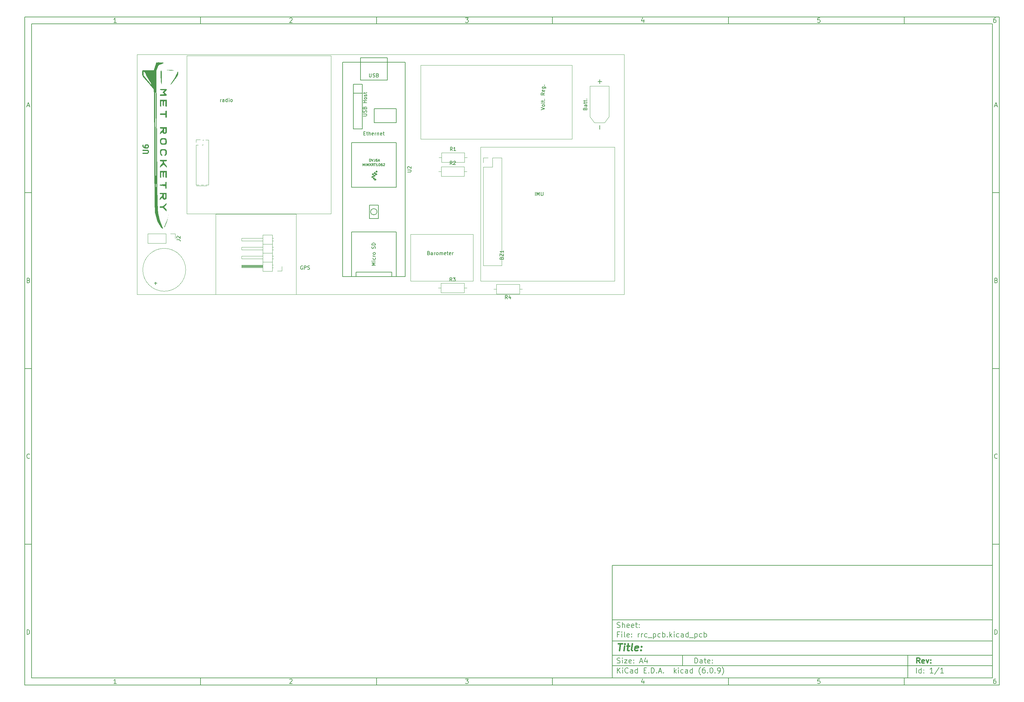
<source format=gbr>
%TF.GenerationSoftware,KiCad,Pcbnew,(6.0.9)*%
%TF.CreationDate,2023-02-07T01:37:56-05:00*%
%TF.ProjectId,rrc_pcb,7272635f-7063-4622-9e6b-696361645f70,rev?*%
%TF.SameCoordinates,Original*%
%TF.FileFunction,Legend,Top*%
%TF.FilePolarity,Positive*%
%FSLAX46Y46*%
G04 Gerber Fmt 4.6, Leading zero omitted, Abs format (unit mm)*
G04 Created by KiCad (PCBNEW (6.0.9)) date 2023-02-07 01:37:56*
%MOMM*%
%LPD*%
G01*
G04 APERTURE LIST*
%ADD10C,0.100000*%
%ADD11C,0.150000*%
%ADD12C,0.300000*%
%ADD13C,0.400000*%
%TA.AperFunction,Profile*%
%ADD14C,0.050000*%
%TD*%
%ADD15C,0.120000*%
G04 APERTURE END LIST*
D10*
D11*
X177002200Y-166007200D02*
X177002200Y-198007200D01*
X285002200Y-198007200D01*
X285002200Y-166007200D01*
X177002200Y-166007200D01*
D10*
D11*
X10000000Y-10000000D02*
X10000000Y-200007200D01*
X287002200Y-200007200D01*
X287002200Y-10000000D01*
X10000000Y-10000000D01*
D10*
D11*
X12000000Y-12000000D02*
X12000000Y-198007200D01*
X285002200Y-198007200D01*
X285002200Y-12000000D01*
X12000000Y-12000000D01*
D10*
D11*
X60000000Y-12000000D02*
X60000000Y-10000000D01*
D10*
D11*
X110000000Y-12000000D02*
X110000000Y-10000000D01*
D10*
D11*
X160000000Y-12000000D02*
X160000000Y-10000000D01*
D10*
D11*
X210000000Y-12000000D02*
X210000000Y-10000000D01*
D10*
D11*
X260000000Y-12000000D02*
X260000000Y-10000000D01*
D10*
D11*
X36065476Y-11588095D02*
X35322619Y-11588095D01*
X35694047Y-11588095D02*
X35694047Y-10288095D01*
X35570238Y-10473809D01*
X35446428Y-10597619D01*
X35322619Y-10659523D01*
D10*
D11*
X85322619Y-10411904D02*
X85384523Y-10350000D01*
X85508333Y-10288095D01*
X85817857Y-10288095D01*
X85941666Y-10350000D01*
X86003571Y-10411904D01*
X86065476Y-10535714D01*
X86065476Y-10659523D01*
X86003571Y-10845238D01*
X85260714Y-11588095D01*
X86065476Y-11588095D01*
D10*
D11*
X135260714Y-10288095D02*
X136065476Y-10288095D01*
X135632142Y-10783333D01*
X135817857Y-10783333D01*
X135941666Y-10845238D01*
X136003571Y-10907142D01*
X136065476Y-11030952D01*
X136065476Y-11340476D01*
X136003571Y-11464285D01*
X135941666Y-11526190D01*
X135817857Y-11588095D01*
X135446428Y-11588095D01*
X135322619Y-11526190D01*
X135260714Y-11464285D01*
D10*
D11*
X185941666Y-10721428D02*
X185941666Y-11588095D01*
X185632142Y-10226190D02*
X185322619Y-11154761D01*
X186127380Y-11154761D01*
D10*
D11*
X236003571Y-10288095D02*
X235384523Y-10288095D01*
X235322619Y-10907142D01*
X235384523Y-10845238D01*
X235508333Y-10783333D01*
X235817857Y-10783333D01*
X235941666Y-10845238D01*
X236003571Y-10907142D01*
X236065476Y-11030952D01*
X236065476Y-11340476D01*
X236003571Y-11464285D01*
X235941666Y-11526190D01*
X235817857Y-11588095D01*
X235508333Y-11588095D01*
X235384523Y-11526190D01*
X235322619Y-11464285D01*
D10*
D11*
X285941666Y-10288095D02*
X285694047Y-10288095D01*
X285570238Y-10350000D01*
X285508333Y-10411904D01*
X285384523Y-10597619D01*
X285322619Y-10845238D01*
X285322619Y-11340476D01*
X285384523Y-11464285D01*
X285446428Y-11526190D01*
X285570238Y-11588095D01*
X285817857Y-11588095D01*
X285941666Y-11526190D01*
X286003571Y-11464285D01*
X286065476Y-11340476D01*
X286065476Y-11030952D01*
X286003571Y-10907142D01*
X285941666Y-10845238D01*
X285817857Y-10783333D01*
X285570238Y-10783333D01*
X285446428Y-10845238D01*
X285384523Y-10907142D01*
X285322619Y-11030952D01*
D10*
D11*
X60000000Y-198007200D02*
X60000000Y-200007200D01*
D10*
D11*
X110000000Y-198007200D02*
X110000000Y-200007200D01*
D10*
D11*
X160000000Y-198007200D02*
X160000000Y-200007200D01*
D10*
D11*
X210000000Y-198007200D02*
X210000000Y-200007200D01*
D10*
D11*
X260000000Y-198007200D02*
X260000000Y-200007200D01*
D10*
D11*
X36065476Y-199595295D02*
X35322619Y-199595295D01*
X35694047Y-199595295D02*
X35694047Y-198295295D01*
X35570238Y-198481009D01*
X35446428Y-198604819D01*
X35322619Y-198666723D01*
D10*
D11*
X85322619Y-198419104D02*
X85384523Y-198357200D01*
X85508333Y-198295295D01*
X85817857Y-198295295D01*
X85941666Y-198357200D01*
X86003571Y-198419104D01*
X86065476Y-198542914D01*
X86065476Y-198666723D01*
X86003571Y-198852438D01*
X85260714Y-199595295D01*
X86065476Y-199595295D01*
D10*
D11*
X135260714Y-198295295D02*
X136065476Y-198295295D01*
X135632142Y-198790533D01*
X135817857Y-198790533D01*
X135941666Y-198852438D01*
X136003571Y-198914342D01*
X136065476Y-199038152D01*
X136065476Y-199347676D01*
X136003571Y-199471485D01*
X135941666Y-199533390D01*
X135817857Y-199595295D01*
X135446428Y-199595295D01*
X135322619Y-199533390D01*
X135260714Y-199471485D01*
D10*
D11*
X185941666Y-198728628D02*
X185941666Y-199595295D01*
X185632142Y-198233390D02*
X185322619Y-199161961D01*
X186127380Y-199161961D01*
D10*
D11*
X236003571Y-198295295D02*
X235384523Y-198295295D01*
X235322619Y-198914342D01*
X235384523Y-198852438D01*
X235508333Y-198790533D01*
X235817857Y-198790533D01*
X235941666Y-198852438D01*
X236003571Y-198914342D01*
X236065476Y-199038152D01*
X236065476Y-199347676D01*
X236003571Y-199471485D01*
X235941666Y-199533390D01*
X235817857Y-199595295D01*
X235508333Y-199595295D01*
X235384523Y-199533390D01*
X235322619Y-199471485D01*
D10*
D11*
X285941666Y-198295295D02*
X285694047Y-198295295D01*
X285570238Y-198357200D01*
X285508333Y-198419104D01*
X285384523Y-198604819D01*
X285322619Y-198852438D01*
X285322619Y-199347676D01*
X285384523Y-199471485D01*
X285446428Y-199533390D01*
X285570238Y-199595295D01*
X285817857Y-199595295D01*
X285941666Y-199533390D01*
X286003571Y-199471485D01*
X286065476Y-199347676D01*
X286065476Y-199038152D01*
X286003571Y-198914342D01*
X285941666Y-198852438D01*
X285817857Y-198790533D01*
X285570238Y-198790533D01*
X285446428Y-198852438D01*
X285384523Y-198914342D01*
X285322619Y-199038152D01*
D10*
D11*
X10000000Y-60000000D02*
X12000000Y-60000000D01*
D10*
D11*
X10000000Y-110000000D02*
X12000000Y-110000000D01*
D10*
D11*
X10000000Y-160000000D02*
X12000000Y-160000000D01*
D10*
D11*
X10690476Y-35216666D02*
X11309523Y-35216666D01*
X10566666Y-35588095D02*
X11000000Y-34288095D01*
X11433333Y-35588095D01*
D10*
D11*
X11092857Y-84907142D02*
X11278571Y-84969047D01*
X11340476Y-85030952D01*
X11402380Y-85154761D01*
X11402380Y-85340476D01*
X11340476Y-85464285D01*
X11278571Y-85526190D01*
X11154761Y-85588095D01*
X10659523Y-85588095D01*
X10659523Y-84288095D01*
X11092857Y-84288095D01*
X11216666Y-84350000D01*
X11278571Y-84411904D01*
X11340476Y-84535714D01*
X11340476Y-84659523D01*
X11278571Y-84783333D01*
X11216666Y-84845238D01*
X11092857Y-84907142D01*
X10659523Y-84907142D01*
D10*
D11*
X11402380Y-135464285D02*
X11340476Y-135526190D01*
X11154761Y-135588095D01*
X11030952Y-135588095D01*
X10845238Y-135526190D01*
X10721428Y-135402380D01*
X10659523Y-135278571D01*
X10597619Y-135030952D01*
X10597619Y-134845238D01*
X10659523Y-134597619D01*
X10721428Y-134473809D01*
X10845238Y-134350000D01*
X11030952Y-134288095D01*
X11154761Y-134288095D01*
X11340476Y-134350000D01*
X11402380Y-134411904D01*
D10*
D11*
X10659523Y-185588095D02*
X10659523Y-184288095D01*
X10969047Y-184288095D01*
X11154761Y-184350000D01*
X11278571Y-184473809D01*
X11340476Y-184597619D01*
X11402380Y-184845238D01*
X11402380Y-185030952D01*
X11340476Y-185278571D01*
X11278571Y-185402380D01*
X11154761Y-185526190D01*
X10969047Y-185588095D01*
X10659523Y-185588095D01*
D10*
D11*
X287002200Y-60000000D02*
X285002200Y-60000000D01*
D10*
D11*
X287002200Y-110000000D02*
X285002200Y-110000000D01*
D10*
D11*
X287002200Y-160000000D02*
X285002200Y-160000000D01*
D10*
D11*
X285692676Y-35216666D02*
X286311723Y-35216666D01*
X285568866Y-35588095D02*
X286002200Y-34288095D01*
X286435533Y-35588095D01*
D10*
D11*
X286095057Y-84907142D02*
X286280771Y-84969047D01*
X286342676Y-85030952D01*
X286404580Y-85154761D01*
X286404580Y-85340476D01*
X286342676Y-85464285D01*
X286280771Y-85526190D01*
X286156961Y-85588095D01*
X285661723Y-85588095D01*
X285661723Y-84288095D01*
X286095057Y-84288095D01*
X286218866Y-84350000D01*
X286280771Y-84411904D01*
X286342676Y-84535714D01*
X286342676Y-84659523D01*
X286280771Y-84783333D01*
X286218866Y-84845238D01*
X286095057Y-84907142D01*
X285661723Y-84907142D01*
D10*
D11*
X286404580Y-135464285D02*
X286342676Y-135526190D01*
X286156961Y-135588095D01*
X286033152Y-135588095D01*
X285847438Y-135526190D01*
X285723628Y-135402380D01*
X285661723Y-135278571D01*
X285599819Y-135030952D01*
X285599819Y-134845238D01*
X285661723Y-134597619D01*
X285723628Y-134473809D01*
X285847438Y-134350000D01*
X286033152Y-134288095D01*
X286156961Y-134288095D01*
X286342676Y-134350000D01*
X286404580Y-134411904D01*
D10*
D11*
X285661723Y-185588095D02*
X285661723Y-184288095D01*
X285971247Y-184288095D01*
X286156961Y-184350000D01*
X286280771Y-184473809D01*
X286342676Y-184597619D01*
X286404580Y-184845238D01*
X286404580Y-185030952D01*
X286342676Y-185278571D01*
X286280771Y-185402380D01*
X286156961Y-185526190D01*
X285971247Y-185588095D01*
X285661723Y-185588095D01*
D10*
D11*
X200434342Y-193785771D02*
X200434342Y-192285771D01*
X200791485Y-192285771D01*
X201005771Y-192357200D01*
X201148628Y-192500057D01*
X201220057Y-192642914D01*
X201291485Y-192928628D01*
X201291485Y-193142914D01*
X201220057Y-193428628D01*
X201148628Y-193571485D01*
X201005771Y-193714342D01*
X200791485Y-193785771D01*
X200434342Y-193785771D01*
X202577200Y-193785771D02*
X202577200Y-193000057D01*
X202505771Y-192857200D01*
X202362914Y-192785771D01*
X202077200Y-192785771D01*
X201934342Y-192857200D01*
X202577200Y-193714342D02*
X202434342Y-193785771D01*
X202077200Y-193785771D01*
X201934342Y-193714342D01*
X201862914Y-193571485D01*
X201862914Y-193428628D01*
X201934342Y-193285771D01*
X202077200Y-193214342D01*
X202434342Y-193214342D01*
X202577200Y-193142914D01*
X203077200Y-192785771D02*
X203648628Y-192785771D01*
X203291485Y-192285771D02*
X203291485Y-193571485D01*
X203362914Y-193714342D01*
X203505771Y-193785771D01*
X203648628Y-193785771D01*
X204720057Y-193714342D02*
X204577200Y-193785771D01*
X204291485Y-193785771D01*
X204148628Y-193714342D01*
X204077200Y-193571485D01*
X204077200Y-193000057D01*
X204148628Y-192857200D01*
X204291485Y-192785771D01*
X204577200Y-192785771D01*
X204720057Y-192857200D01*
X204791485Y-193000057D01*
X204791485Y-193142914D01*
X204077200Y-193285771D01*
X205434342Y-193642914D02*
X205505771Y-193714342D01*
X205434342Y-193785771D01*
X205362914Y-193714342D01*
X205434342Y-193642914D01*
X205434342Y-193785771D01*
X205434342Y-192857200D02*
X205505771Y-192928628D01*
X205434342Y-193000057D01*
X205362914Y-192928628D01*
X205434342Y-192857200D01*
X205434342Y-193000057D01*
D10*
D11*
X177002200Y-194507200D02*
X285002200Y-194507200D01*
D10*
D11*
X178434342Y-196585771D02*
X178434342Y-195085771D01*
X179291485Y-196585771D02*
X178648628Y-195728628D01*
X179291485Y-195085771D02*
X178434342Y-195942914D01*
X179934342Y-196585771D02*
X179934342Y-195585771D01*
X179934342Y-195085771D02*
X179862914Y-195157200D01*
X179934342Y-195228628D01*
X180005771Y-195157200D01*
X179934342Y-195085771D01*
X179934342Y-195228628D01*
X181505771Y-196442914D02*
X181434342Y-196514342D01*
X181220057Y-196585771D01*
X181077200Y-196585771D01*
X180862914Y-196514342D01*
X180720057Y-196371485D01*
X180648628Y-196228628D01*
X180577200Y-195942914D01*
X180577200Y-195728628D01*
X180648628Y-195442914D01*
X180720057Y-195300057D01*
X180862914Y-195157200D01*
X181077200Y-195085771D01*
X181220057Y-195085771D01*
X181434342Y-195157200D01*
X181505771Y-195228628D01*
X182791485Y-196585771D02*
X182791485Y-195800057D01*
X182720057Y-195657200D01*
X182577200Y-195585771D01*
X182291485Y-195585771D01*
X182148628Y-195657200D01*
X182791485Y-196514342D02*
X182648628Y-196585771D01*
X182291485Y-196585771D01*
X182148628Y-196514342D01*
X182077200Y-196371485D01*
X182077200Y-196228628D01*
X182148628Y-196085771D01*
X182291485Y-196014342D01*
X182648628Y-196014342D01*
X182791485Y-195942914D01*
X184148628Y-196585771D02*
X184148628Y-195085771D01*
X184148628Y-196514342D02*
X184005771Y-196585771D01*
X183720057Y-196585771D01*
X183577200Y-196514342D01*
X183505771Y-196442914D01*
X183434342Y-196300057D01*
X183434342Y-195871485D01*
X183505771Y-195728628D01*
X183577200Y-195657200D01*
X183720057Y-195585771D01*
X184005771Y-195585771D01*
X184148628Y-195657200D01*
X186005771Y-195800057D02*
X186505771Y-195800057D01*
X186720057Y-196585771D02*
X186005771Y-196585771D01*
X186005771Y-195085771D01*
X186720057Y-195085771D01*
X187362914Y-196442914D02*
X187434342Y-196514342D01*
X187362914Y-196585771D01*
X187291485Y-196514342D01*
X187362914Y-196442914D01*
X187362914Y-196585771D01*
X188077200Y-196585771D02*
X188077200Y-195085771D01*
X188434342Y-195085771D01*
X188648628Y-195157200D01*
X188791485Y-195300057D01*
X188862914Y-195442914D01*
X188934342Y-195728628D01*
X188934342Y-195942914D01*
X188862914Y-196228628D01*
X188791485Y-196371485D01*
X188648628Y-196514342D01*
X188434342Y-196585771D01*
X188077200Y-196585771D01*
X189577200Y-196442914D02*
X189648628Y-196514342D01*
X189577200Y-196585771D01*
X189505771Y-196514342D01*
X189577200Y-196442914D01*
X189577200Y-196585771D01*
X190220057Y-196157200D02*
X190934342Y-196157200D01*
X190077200Y-196585771D02*
X190577200Y-195085771D01*
X191077200Y-196585771D01*
X191577200Y-196442914D02*
X191648628Y-196514342D01*
X191577200Y-196585771D01*
X191505771Y-196514342D01*
X191577200Y-196442914D01*
X191577200Y-196585771D01*
X194577200Y-196585771D02*
X194577200Y-195085771D01*
X194720057Y-196014342D02*
X195148628Y-196585771D01*
X195148628Y-195585771D02*
X194577200Y-196157200D01*
X195791485Y-196585771D02*
X195791485Y-195585771D01*
X195791485Y-195085771D02*
X195720057Y-195157200D01*
X195791485Y-195228628D01*
X195862914Y-195157200D01*
X195791485Y-195085771D01*
X195791485Y-195228628D01*
X197148628Y-196514342D02*
X197005771Y-196585771D01*
X196720057Y-196585771D01*
X196577200Y-196514342D01*
X196505771Y-196442914D01*
X196434342Y-196300057D01*
X196434342Y-195871485D01*
X196505771Y-195728628D01*
X196577200Y-195657200D01*
X196720057Y-195585771D01*
X197005771Y-195585771D01*
X197148628Y-195657200D01*
X198434342Y-196585771D02*
X198434342Y-195800057D01*
X198362914Y-195657200D01*
X198220057Y-195585771D01*
X197934342Y-195585771D01*
X197791485Y-195657200D01*
X198434342Y-196514342D02*
X198291485Y-196585771D01*
X197934342Y-196585771D01*
X197791485Y-196514342D01*
X197720057Y-196371485D01*
X197720057Y-196228628D01*
X197791485Y-196085771D01*
X197934342Y-196014342D01*
X198291485Y-196014342D01*
X198434342Y-195942914D01*
X199791485Y-196585771D02*
X199791485Y-195085771D01*
X199791485Y-196514342D02*
X199648628Y-196585771D01*
X199362914Y-196585771D01*
X199220057Y-196514342D01*
X199148628Y-196442914D01*
X199077200Y-196300057D01*
X199077200Y-195871485D01*
X199148628Y-195728628D01*
X199220057Y-195657200D01*
X199362914Y-195585771D01*
X199648628Y-195585771D01*
X199791485Y-195657200D01*
X202077200Y-197157200D02*
X202005771Y-197085771D01*
X201862914Y-196871485D01*
X201791485Y-196728628D01*
X201720057Y-196514342D01*
X201648628Y-196157200D01*
X201648628Y-195871485D01*
X201720057Y-195514342D01*
X201791485Y-195300057D01*
X201862914Y-195157200D01*
X202005771Y-194942914D01*
X202077200Y-194871485D01*
X203291485Y-195085771D02*
X203005771Y-195085771D01*
X202862914Y-195157200D01*
X202791485Y-195228628D01*
X202648628Y-195442914D01*
X202577200Y-195728628D01*
X202577200Y-196300057D01*
X202648628Y-196442914D01*
X202720057Y-196514342D01*
X202862914Y-196585771D01*
X203148628Y-196585771D01*
X203291485Y-196514342D01*
X203362914Y-196442914D01*
X203434342Y-196300057D01*
X203434342Y-195942914D01*
X203362914Y-195800057D01*
X203291485Y-195728628D01*
X203148628Y-195657200D01*
X202862914Y-195657200D01*
X202720057Y-195728628D01*
X202648628Y-195800057D01*
X202577200Y-195942914D01*
X204077200Y-196442914D02*
X204148628Y-196514342D01*
X204077200Y-196585771D01*
X204005771Y-196514342D01*
X204077200Y-196442914D01*
X204077200Y-196585771D01*
X205077200Y-195085771D02*
X205220057Y-195085771D01*
X205362914Y-195157200D01*
X205434342Y-195228628D01*
X205505771Y-195371485D01*
X205577200Y-195657200D01*
X205577200Y-196014342D01*
X205505771Y-196300057D01*
X205434342Y-196442914D01*
X205362914Y-196514342D01*
X205220057Y-196585771D01*
X205077200Y-196585771D01*
X204934342Y-196514342D01*
X204862914Y-196442914D01*
X204791485Y-196300057D01*
X204720057Y-196014342D01*
X204720057Y-195657200D01*
X204791485Y-195371485D01*
X204862914Y-195228628D01*
X204934342Y-195157200D01*
X205077200Y-195085771D01*
X206220057Y-196442914D02*
X206291485Y-196514342D01*
X206220057Y-196585771D01*
X206148628Y-196514342D01*
X206220057Y-196442914D01*
X206220057Y-196585771D01*
X207005771Y-196585771D02*
X207291485Y-196585771D01*
X207434342Y-196514342D01*
X207505771Y-196442914D01*
X207648628Y-196228628D01*
X207720057Y-195942914D01*
X207720057Y-195371485D01*
X207648628Y-195228628D01*
X207577200Y-195157200D01*
X207434342Y-195085771D01*
X207148628Y-195085771D01*
X207005771Y-195157200D01*
X206934342Y-195228628D01*
X206862914Y-195371485D01*
X206862914Y-195728628D01*
X206934342Y-195871485D01*
X207005771Y-195942914D01*
X207148628Y-196014342D01*
X207434342Y-196014342D01*
X207577200Y-195942914D01*
X207648628Y-195871485D01*
X207720057Y-195728628D01*
X208220057Y-197157200D02*
X208291485Y-197085771D01*
X208434342Y-196871485D01*
X208505771Y-196728628D01*
X208577200Y-196514342D01*
X208648628Y-196157200D01*
X208648628Y-195871485D01*
X208577200Y-195514342D01*
X208505771Y-195300057D01*
X208434342Y-195157200D01*
X208291485Y-194942914D01*
X208220057Y-194871485D01*
D10*
D11*
X177002200Y-191507200D02*
X285002200Y-191507200D01*
D10*
D12*
X264411485Y-193785771D02*
X263911485Y-193071485D01*
X263554342Y-193785771D02*
X263554342Y-192285771D01*
X264125771Y-192285771D01*
X264268628Y-192357200D01*
X264340057Y-192428628D01*
X264411485Y-192571485D01*
X264411485Y-192785771D01*
X264340057Y-192928628D01*
X264268628Y-193000057D01*
X264125771Y-193071485D01*
X263554342Y-193071485D01*
X265625771Y-193714342D02*
X265482914Y-193785771D01*
X265197200Y-193785771D01*
X265054342Y-193714342D01*
X264982914Y-193571485D01*
X264982914Y-193000057D01*
X265054342Y-192857200D01*
X265197200Y-192785771D01*
X265482914Y-192785771D01*
X265625771Y-192857200D01*
X265697200Y-193000057D01*
X265697200Y-193142914D01*
X264982914Y-193285771D01*
X266197200Y-192785771D02*
X266554342Y-193785771D01*
X266911485Y-192785771D01*
X267482914Y-193642914D02*
X267554342Y-193714342D01*
X267482914Y-193785771D01*
X267411485Y-193714342D01*
X267482914Y-193642914D01*
X267482914Y-193785771D01*
X267482914Y-192857200D02*
X267554342Y-192928628D01*
X267482914Y-193000057D01*
X267411485Y-192928628D01*
X267482914Y-192857200D01*
X267482914Y-193000057D01*
D10*
D11*
X178362914Y-193714342D02*
X178577200Y-193785771D01*
X178934342Y-193785771D01*
X179077200Y-193714342D01*
X179148628Y-193642914D01*
X179220057Y-193500057D01*
X179220057Y-193357200D01*
X179148628Y-193214342D01*
X179077200Y-193142914D01*
X178934342Y-193071485D01*
X178648628Y-193000057D01*
X178505771Y-192928628D01*
X178434342Y-192857200D01*
X178362914Y-192714342D01*
X178362914Y-192571485D01*
X178434342Y-192428628D01*
X178505771Y-192357200D01*
X178648628Y-192285771D01*
X179005771Y-192285771D01*
X179220057Y-192357200D01*
X179862914Y-193785771D02*
X179862914Y-192785771D01*
X179862914Y-192285771D02*
X179791485Y-192357200D01*
X179862914Y-192428628D01*
X179934342Y-192357200D01*
X179862914Y-192285771D01*
X179862914Y-192428628D01*
X180434342Y-192785771D02*
X181220057Y-192785771D01*
X180434342Y-193785771D01*
X181220057Y-193785771D01*
X182362914Y-193714342D02*
X182220057Y-193785771D01*
X181934342Y-193785771D01*
X181791485Y-193714342D01*
X181720057Y-193571485D01*
X181720057Y-193000057D01*
X181791485Y-192857200D01*
X181934342Y-192785771D01*
X182220057Y-192785771D01*
X182362914Y-192857200D01*
X182434342Y-193000057D01*
X182434342Y-193142914D01*
X181720057Y-193285771D01*
X183077200Y-193642914D02*
X183148628Y-193714342D01*
X183077200Y-193785771D01*
X183005771Y-193714342D01*
X183077200Y-193642914D01*
X183077200Y-193785771D01*
X183077200Y-192857200D02*
X183148628Y-192928628D01*
X183077200Y-193000057D01*
X183005771Y-192928628D01*
X183077200Y-192857200D01*
X183077200Y-193000057D01*
X184862914Y-193357200D02*
X185577200Y-193357200D01*
X184720057Y-193785771D02*
X185220057Y-192285771D01*
X185720057Y-193785771D01*
X186862914Y-192785771D02*
X186862914Y-193785771D01*
X186505771Y-192214342D02*
X186148628Y-193285771D01*
X187077200Y-193285771D01*
D10*
D11*
X263434342Y-196585771D02*
X263434342Y-195085771D01*
X264791485Y-196585771D02*
X264791485Y-195085771D01*
X264791485Y-196514342D02*
X264648628Y-196585771D01*
X264362914Y-196585771D01*
X264220057Y-196514342D01*
X264148628Y-196442914D01*
X264077200Y-196300057D01*
X264077200Y-195871485D01*
X264148628Y-195728628D01*
X264220057Y-195657200D01*
X264362914Y-195585771D01*
X264648628Y-195585771D01*
X264791485Y-195657200D01*
X265505771Y-196442914D02*
X265577200Y-196514342D01*
X265505771Y-196585771D01*
X265434342Y-196514342D01*
X265505771Y-196442914D01*
X265505771Y-196585771D01*
X265505771Y-195657200D02*
X265577200Y-195728628D01*
X265505771Y-195800057D01*
X265434342Y-195728628D01*
X265505771Y-195657200D01*
X265505771Y-195800057D01*
X268148628Y-196585771D02*
X267291485Y-196585771D01*
X267720057Y-196585771D02*
X267720057Y-195085771D01*
X267577200Y-195300057D01*
X267434342Y-195442914D01*
X267291485Y-195514342D01*
X269862914Y-195014342D02*
X268577200Y-196942914D01*
X271148628Y-196585771D02*
X270291485Y-196585771D01*
X270720057Y-196585771D02*
X270720057Y-195085771D01*
X270577200Y-195300057D01*
X270434342Y-195442914D01*
X270291485Y-195514342D01*
D10*
D11*
X177002200Y-187507200D02*
X285002200Y-187507200D01*
D10*
D13*
X178714580Y-188211961D02*
X179857438Y-188211961D01*
X179036009Y-190211961D02*
X179286009Y-188211961D01*
X180274104Y-190211961D02*
X180440771Y-188878628D01*
X180524104Y-188211961D02*
X180416961Y-188307200D01*
X180500295Y-188402438D01*
X180607438Y-188307200D01*
X180524104Y-188211961D01*
X180500295Y-188402438D01*
X181107438Y-188878628D02*
X181869342Y-188878628D01*
X181476485Y-188211961D02*
X181262200Y-189926247D01*
X181333628Y-190116723D01*
X181512200Y-190211961D01*
X181702676Y-190211961D01*
X182655057Y-190211961D02*
X182476485Y-190116723D01*
X182405057Y-189926247D01*
X182619342Y-188211961D01*
X184190771Y-190116723D02*
X183988390Y-190211961D01*
X183607438Y-190211961D01*
X183428866Y-190116723D01*
X183357438Y-189926247D01*
X183452676Y-189164342D01*
X183571723Y-188973866D01*
X183774104Y-188878628D01*
X184155057Y-188878628D01*
X184333628Y-188973866D01*
X184405057Y-189164342D01*
X184381247Y-189354819D01*
X183405057Y-189545295D01*
X185155057Y-190021485D02*
X185238390Y-190116723D01*
X185131247Y-190211961D01*
X185047914Y-190116723D01*
X185155057Y-190021485D01*
X185131247Y-190211961D01*
X185286009Y-188973866D02*
X185369342Y-189069104D01*
X185262200Y-189164342D01*
X185178866Y-189069104D01*
X185286009Y-188973866D01*
X185262200Y-189164342D01*
D10*
D11*
X178934342Y-185600057D02*
X178434342Y-185600057D01*
X178434342Y-186385771D02*
X178434342Y-184885771D01*
X179148628Y-184885771D01*
X179720057Y-186385771D02*
X179720057Y-185385771D01*
X179720057Y-184885771D02*
X179648628Y-184957200D01*
X179720057Y-185028628D01*
X179791485Y-184957200D01*
X179720057Y-184885771D01*
X179720057Y-185028628D01*
X180648628Y-186385771D02*
X180505771Y-186314342D01*
X180434342Y-186171485D01*
X180434342Y-184885771D01*
X181791485Y-186314342D02*
X181648628Y-186385771D01*
X181362914Y-186385771D01*
X181220057Y-186314342D01*
X181148628Y-186171485D01*
X181148628Y-185600057D01*
X181220057Y-185457200D01*
X181362914Y-185385771D01*
X181648628Y-185385771D01*
X181791485Y-185457200D01*
X181862914Y-185600057D01*
X181862914Y-185742914D01*
X181148628Y-185885771D01*
X182505771Y-186242914D02*
X182577200Y-186314342D01*
X182505771Y-186385771D01*
X182434342Y-186314342D01*
X182505771Y-186242914D01*
X182505771Y-186385771D01*
X182505771Y-185457200D02*
X182577200Y-185528628D01*
X182505771Y-185600057D01*
X182434342Y-185528628D01*
X182505771Y-185457200D01*
X182505771Y-185600057D01*
X184362914Y-186385771D02*
X184362914Y-185385771D01*
X184362914Y-185671485D02*
X184434342Y-185528628D01*
X184505771Y-185457200D01*
X184648628Y-185385771D01*
X184791485Y-185385771D01*
X185291485Y-186385771D02*
X185291485Y-185385771D01*
X185291485Y-185671485D02*
X185362914Y-185528628D01*
X185434342Y-185457200D01*
X185577200Y-185385771D01*
X185720057Y-185385771D01*
X186862914Y-186314342D02*
X186720057Y-186385771D01*
X186434342Y-186385771D01*
X186291485Y-186314342D01*
X186220057Y-186242914D01*
X186148628Y-186100057D01*
X186148628Y-185671485D01*
X186220057Y-185528628D01*
X186291485Y-185457200D01*
X186434342Y-185385771D01*
X186720057Y-185385771D01*
X186862914Y-185457200D01*
X187148628Y-186528628D02*
X188291485Y-186528628D01*
X188648628Y-185385771D02*
X188648628Y-186885771D01*
X188648628Y-185457200D02*
X188791485Y-185385771D01*
X189077200Y-185385771D01*
X189220057Y-185457200D01*
X189291485Y-185528628D01*
X189362914Y-185671485D01*
X189362914Y-186100057D01*
X189291485Y-186242914D01*
X189220057Y-186314342D01*
X189077200Y-186385771D01*
X188791485Y-186385771D01*
X188648628Y-186314342D01*
X190648628Y-186314342D02*
X190505771Y-186385771D01*
X190220057Y-186385771D01*
X190077200Y-186314342D01*
X190005771Y-186242914D01*
X189934342Y-186100057D01*
X189934342Y-185671485D01*
X190005771Y-185528628D01*
X190077200Y-185457200D01*
X190220057Y-185385771D01*
X190505771Y-185385771D01*
X190648628Y-185457200D01*
X191291485Y-186385771D02*
X191291485Y-184885771D01*
X191291485Y-185457200D02*
X191434342Y-185385771D01*
X191720057Y-185385771D01*
X191862914Y-185457200D01*
X191934342Y-185528628D01*
X192005771Y-185671485D01*
X192005771Y-186100057D01*
X191934342Y-186242914D01*
X191862914Y-186314342D01*
X191720057Y-186385771D01*
X191434342Y-186385771D01*
X191291485Y-186314342D01*
X192648628Y-186242914D02*
X192720057Y-186314342D01*
X192648628Y-186385771D01*
X192577200Y-186314342D01*
X192648628Y-186242914D01*
X192648628Y-186385771D01*
X193362914Y-186385771D02*
X193362914Y-184885771D01*
X193505771Y-185814342D02*
X193934342Y-186385771D01*
X193934342Y-185385771D02*
X193362914Y-185957200D01*
X194577200Y-186385771D02*
X194577200Y-185385771D01*
X194577200Y-184885771D02*
X194505771Y-184957200D01*
X194577200Y-185028628D01*
X194648628Y-184957200D01*
X194577200Y-184885771D01*
X194577200Y-185028628D01*
X195934342Y-186314342D02*
X195791485Y-186385771D01*
X195505771Y-186385771D01*
X195362914Y-186314342D01*
X195291485Y-186242914D01*
X195220057Y-186100057D01*
X195220057Y-185671485D01*
X195291485Y-185528628D01*
X195362914Y-185457200D01*
X195505771Y-185385771D01*
X195791485Y-185385771D01*
X195934342Y-185457200D01*
X197220057Y-186385771D02*
X197220057Y-185600057D01*
X197148628Y-185457200D01*
X197005771Y-185385771D01*
X196720057Y-185385771D01*
X196577200Y-185457200D01*
X197220057Y-186314342D02*
X197077200Y-186385771D01*
X196720057Y-186385771D01*
X196577200Y-186314342D01*
X196505771Y-186171485D01*
X196505771Y-186028628D01*
X196577200Y-185885771D01*
X196720057Y-185814342D01*
X197077200Y-185814342D01*
X197220057Y-185742914D01*
X198577200Y-186385771D02*
X198577200Y-184885771D01*
X198577200Y-186314342D02*
X198434342Y-186385771D01*
X198148628Y-186385771D01*
X198005771Y-186314342D01*
X197934342Y-186242914D01*
X197862914Y-186100057D01*
X197862914Y-185671485D01*
X197934342Y-185528628D01*
X198005771Y-185457200D01*
X198148628Y-185385771D01*
X198434342Y-185385771D01*
X198577200Y-185457200D01*
X198934342Y-186528628D02*
X200077200Y-186528628D01*
X200434342Y-185385771D02*
X200434342Y-186885771D01*
X200434342Y-185457200D02*
X200577200Y-185385771D01*
X200862914Y-185385771D01*
X201005771Y-185457200D01*
X201077200Y-185528628D01*
X201148628Y-185671485D01*
X201148628Y-186100057D01*
X201077200Y-186242914D01*
X201005771Y-186314342D01*
X200862914Y-186385771D01*
X200577200Y-186385771D01*
X200434342Y-186314342D01*
X202434342Y-186314342D02*
X202291485Y-186385771D01*
X202005771Y-186385771D01*
X201862914Y-186314342D01*
X201791485Y-186242914D01*
X201720057Y-186100057D01*
X201720057Y-185671485D01*
X201791485Y-185528628D01*
X201862914Y-185457200D01*
X202005771Y-185385771D01*
X202291485Y-185385771D01*
X202434342Y-185457200D01*
X203077200Y-186385771D02*
X203077200Y-184885771D01*
X203077200Y-185457200D02*
X203220057Y-185385771D01*
X203505771Y-185385771D01*
X203648628Y-185457200D01*
X203720057Y-185528628D01*
X203791485Y-185671485D01*
X203791485Y-186100057D01*
X203720057Y-186242914D01*
X203648628Y-186314342D01*
X203505771Y-186385771D01*
X203220057Y-186385771D01*
X203077200Y-186314342D01*
D10*
D11*
X177002200Y-181507200D02*
X285002200Y-181507200D01*
D10*
D11*
X178362914Y-183614342D02*
X178577200Y-183685771D01*
X178934342Y-183685771D01*
X179077200Y-183614342D01*
X179148628Y-183542914D01*
X179220057Y-183400057D01*
X179220057Y-183257200D01*
X179148628Y-183114342D01*
X179077200Y-183042914D01*
X178934342Y-182971485D01*
X178648628Y-182900057D01*
X178505771Y-182828628D01*
X178434342Y-182757200D01*
X178362914Y-182614342D01*
X178362914Y-182471485D01*
X178434342Y-182328628D01*
X178505771Y-182257200D01*
X178648628Y-182185771D01*
X179005771Y-182185771D01*
X179220057Y-182257200D01*
X179862914Y-183685771D02*
X179862914Y-182185771D01*
X180505771Y-183685771D02*
X180505771Y-182900057D01*
X180434342Y-182757200D01*
X180291485Y-182685771D01*
X180077200Y-182685771D01*
X179934342Y-182757200D01*
X179862914Y-182828628D01*
X181791485Y-183614342D02*
X181648628Y-183685771D01*
X181362914Y-183685771D01*
X181220057Y-183614342D01*
X181148628Y-183471485D01*
X181148628Y-182900057D01*
X181220057Y-182757200D01*
X181362914Y-182685771D01*
X181648628Y-182685771D01*
X181791485Y-182757200D01*
X181862914Y-182900057D01*
X181862914Y-183042914D01*
X181148628Y-183185771D01*
X183077200Y-183614342D02*
X182934342Y-183685771D01*
X182648628Y-183685771D01*
X182505771Y-183614342D01*
X182434342Y-183471485D01*
X182434342Y-182900057D01*
X182505771Y-182757200D01*
X182648628Y-182685771D01*
X182934342Y-182685771D01*
X183077200Y-182757200D01*
X183148628Y-182900057D01*
X183148628Y-183042914D01*
X182434342Y-183185771D01*
X183577200Y-182685771D02*
X184148628Y-182685771D01*
X183791485Y-182185771D02*
X183791485Y-183471485D01*
X183862914Y-183614342D01*
X184005771Y-183685771D01*
X184148628Y-183685771D01*
X184648628Y-183542914D02*
X184720057Y-183614342D01*
X184648628Y-183685771D01*
X184577200Y-183614342D01*
X184648628Y-183542914D01*
X184648628Y-183685771D01*
X184648628Y-182757200D02*
X184720057Y-182828628D01*
X184648628Y-182900057D01*
X184577200Y-182828628D01*
X184648628Y-182757200D01*
X184648628Y-182900057D01*
D10*
D12*
D10*
D11*
D10*
D11*
D10*
D11*
D10*
D11*
D10*
D11*
X197002200Y-191507200D02*
X197002200Y-194507200D01*
D10*
D11*
X261002200Y-191507200D02*
X261002200Y-198007200D01*
D14*
X41910000Y-20656715D02*
X180340000Y-20656715D01*
X180340000Y-20656715D02*
X180340000Y-88900000D01*
X180340000Y-88900000D02*
X41910000Y-88900000D01*
X41910000Y-88900000D02*
X41910000Y-20656715D01*
D11*
%TO.C,R2*%
X131478283Y-52033316D02*
X131144950Y-51557126D01*
X130906854Y-52033316D02*
X130906854Y-51033316D01*
X131287807Y-51033316D01*
X131383045Y-51080936D01*
X131430664Y-51128555D01*
X131478283Y-51223793D01*
X131478283Y-51366650D01*
X131430664Y-51461888D01*
X131383045Y-51509507D01*
X131287807Y-51557126D01*
X130906854Y-51557126D01*
X131859235Y-51128555D02*
X131906854Y-51080936D01*
X132002092Y-51033316D01*
X132240188Y-51033316D01*
X132335426Y-51080936D01*
X132383045Y-51128555D01*
X132430664Y-51223793D01*
X132430664Y-51319031D01*
X132383045Y-51461888D01*
X131811616Y-52033316D01*
X132430664Y-52033316D01*
%TO.C,radio*%
X65643333Y-34107380D02*
X65643333Y-33440714D01*
X65643333Y-33631190D02*
X65690952Y-33535952D01*
X65738571Y-33488333D01*
X65833809Y-33440714D01*
X65929047Y-33440714D01*
X66690952Y-34107380D02*
X66690952Y-33583571D01*
X66643333Y-33488333D01*
X66548095Y-33440714D01*
X66357619Y-33440714D01*
X66262380Y-33488333D01*
X66690952Y-34059761D02*
X66595714Y-34107380D01*
X66357619Y-34107380D01*
X66262380Y-34059761D01*
X66214761Y-33964523D01*
X66214761Y-33869285D01*
X66262380Y-33774047D01*
X66357619Y-33726428D01*
X66595714Y-33726428D01*
X66690952Y-33678809D01*
X67595714Y-34107380D02*
X67595714Y-33107380D01*
X67595714Y-34059761D02*
X67500476Y-34107380D01*
X67310000Y-34107380D01*
X67214761Y-34059761D01*
X67167142Y-34012142D01*
X67119523Y-33916904D01*
X67119523Y-33631190D01*
X67167142Y-33535952D01*
X67214761Y-33488333D01*
X67310000Y-33440714D01*
X67500476Y-33440714D01*
X67595714Y-33488333D01*
X68071904Y-34107380D02*
X68071904Y-33440714D01*
X68071904Y-33107380D02*
X68024285Y-33155000D01*
X68071904Y-33202619D01*
X68119523Y-33155000D01*
X68071904Y-33107380D01*
X68071904Y-33202619D01*
X68690952Y-34107380D02*
X68595714Y-34059761D01*
X68548095Y-34012142D01*
X68500476Y-33916904D01*
X68500476Y-33631190D01*
X68548095Y-33535952D01*
X68595714Y-33488333D01*
X68690952Y-33440714D01*
X68833809Y-33440714D01*
X68929047Y-33488333D01*
X68976666Y-33535952D01*
X69024285Y-33631190D01*
X69024285Y-33916904D01*
X68976666Y-34012142D01*
X68929047Y-34059761D01*
X68833809Y-34107380D01*
X68690952Y-34107380D01*
%TO.C,R3*%
X131440097Y-85151733D02*
X131106764Y-84675543D01*
X130868668Y-85151733D02*
X130868668Y-84151733D01*
X131249621Y-84151733D01*
X131344859Y-84199353D01*
X131392478Y-84246972D01*
X131440097Y-84342210D01*
X131440097Y-84485067D01*
X131392478Y-84580305D01*
X131344859Y-84627924D01*
X131249621Y-84675543D01*
X130868668Y-84675543D01*
X131773430Y-84151733D02*
X132392478Y-84151733D01*
X132059144Y-84532686D01*
X132202002Y-84532686D01*
X132297240Y-84580305D01*
X132344859Y-84627924D01*
X132392478Y-84723162D01*
X132392478Y-84961257D01*
X132344859Y-85056495D01*
X132297240Y-85104114D01*
X132202002Y-85151733D01*
X131916287Y-85151733D01*
X131821049Y-85104114D01*
X131773430Y-85056495D01*
%TO.C,R4*%
X147193794Y-90200174D02*
X146860461Y-89723984D01*
X146622365Y-90200174D02*
X146622365Y-89200174D01*
X147003318Y-89200174D01*
X147098556Y-89247794D01*
X147146175Y-89295413D01*
X147193794Y-89390651D01*
X147193794Y-89533508D01*
X147146175Y-89628746D01*
X147098556Y-89676365D01*
X147003318Y-89723984D01*
X146622365Y-89723984D01*
X148050937Y-89533508D02*
X148050937Y-90200174D01*
X147812841Y-89152555D02*
X147574746Y-89866841D01*
X148193794Y-89866841D01*
%TO.C,R1*%
X131558032Y-48045875D02*
X131224699Y-47569685D01*
X130986603Y-48045875D02*
X130986603Y-47045875D01*
X131367556Y-47045875D01*
X131462794Y-47093495D01*
X131510413Y-47141114D01*
X131558032Y-47236352D01*
X131558032Y-47379209D01*
X131510413Y-47474447D01*
X131462794Y-47522066D01*
X131367556Y-47569685D01*
X130986603Y-47569685D01*
X132510413Y-48045875D02*
X131938984Y-48045875D01*
X132224699Y-48045875D02*
X132224699Y-47045875D01*
X132129460Y-47188733D01*
X132034222Y-47283971D01*
X131938984Y-47331590D01*
%TO.C,Batt.*%
X169283571Y-36075476D02*
X169331190Y-35932619D01*
X169378809Y-35885000D01*
X169474047Y-35837380D01*
X169616904Y-35837380D01*
X169712142Y-35885000D01*
X169759761Y-35932619D01*
X169807380Y-36027857D01*
X169807380Y-36408809D01*
X168807380Y-36408809D01*
X168807380Y-36075476D01*
X168855000Y-35980238D01*
X168902619Y-35932619D01*
X168997857Y-35885000D01*
X169093095Y-35885000D01*
X169188333Y-35932619D01*
X169235952Y-35980238D01*
X169283571Y-36075476D01*
X169283571Y-36408809D01*
X169807380Y-34980238D02*
X169283571Y-34980238D01*
X169188333Y-35027857D01*
X169140714Y-35123095D01*
X169140714Y-35313571D01*
X169188333Y-35408809D01*
X169759761Y-34980238D02*
X169807380Y-35075476D01*
X169807380Y-35313571D01*
X169759761Y-35408809D01*
X169664523Y-35456428D01*
X169569285Y-35456428D01*
X169474047Y-35408809D01*
X169426428Y-35313571D01*
X169426428Y-35075476D01*
X169378809Y-34980238D01*
X169140714Y-34646904D02*
X169140714Y-34265952D01*
X168807380Y-34504047D02*
X169664523Y-34504047D01*
X169759761Y-34456428D01*
X169807380Y-34361190D01*
X169807380Y-34265952D01*
X169140714Y-34075476D02*
X169140714Y-33694523D01*
X168807380Y-33932619D02*
X169664523Y-33932619D01*
X169759761Y-33885000D01*
X169807380Y-33789761D01*
X169807380Y-33694523D01*
X169712142Y-33361190D02*
X169759761Y-33313571D01*
X169807380Y-33361190D01*
X169759761Y-33408809D01*
X169712142Y-33361190D01*
X169807380Y-33361190D01*
X173462142Y-41956428D02*
X173462142Y-40813571D01*
X173462142Y-28956428D02*
X173462142Y-27813571D01*
X174033571Y-28385000D02*
X172890714Y-28385000D01*
%TO.C,IMU*%
X155110373Y-60814517D02*
X155110373Y-59814517D01*
X155586564Y-60814517D02*
X155586564Y-59814517D01*
X155919897Y-60528803D01*
X156253231Y-59814517D01*
X156253231Y-60814517D01*
X156729421Y-59814517D02*
X156729421Y-60624041D01*
X156777040Y-60719279D01*
X156824659Y-60766898D01*
X156919897Y-60814517D01*
X157110373Y-60814517D01*
X157205612Y-60766898D01*
X157253231Y-60719279D01*
X157300850Y-60624041D01*
X157300850Y-59814517D01*
%TO.C,U2*%
X118832380Y-54101904D02*
X119641904Y-54101904D01*
X119737142Y-54054285D01*
X119784761Y-54006666D01*
X119832380Y-53911428D01*
X119832380Y-53720952D01*
X119784761Y-53625714D01*
X119737142Y-53578095D01*
X119641904Y-53530476D01*
X118832380Y-53530476D01*
X118927619Y-53101904D02*
X118880000Y-53054285D01*
X118832380Y-52959047D01*
X118832380Y-52720952D01*
X118880000Y-52625714D01*
X118927619Y-52578095D01*
X119022857Y-52530476D01*
X119118095Y-52530476D01*
X119260952Y-52578095D01*
X119832380Y-53149523D01*
X119832380Y-52530476D01*
X106362857Y-43108571D02*
X106696190Y-43108571D01*
X106839047Y-43632380D02*
X106362857Y-43632380D01*
X106362857Y-42632380D01*
X106839047Y-42632380D01*
X107124761Y-42965714D02*
X107505714Y-42965714D01*
X107267619Y-42632380D02*
X107267619Y-43489523D01*
X107315238Y-43584761D01*
X107410476Y-43632380D01*
X107505714Y-43632380D01*
X107839047Y-43632380D02*
X107839047Y-42632380D01*
X108267619Y-43632380D02*
X108267619Y-43108571D01*
X108220000Y-43013333D01*
X108124761Y-42965714D01*
X107981904Y-42965714D01*
X107886666Y-43013333D01*
X107839047Y-43060952D01*
X109124761Y-43584761D02*
X109029523Y-43632380D01*
X108839047Y-43632380D01*
X108743809Y-43584761D01*
X108696190Y-43489523D01*
X108696190Y-43108571D01*
X108743809Y-43013333D01*
X108839047Y-42965714D01*
X109029523Y-42965714D01*
X109124761Y-43013333D01*
X109172380Y-43108571D01*
X109172380Y-43203809D01*
X108696190Y-43299047D01*
X109600952Y-43632380D02*
X109600952Y-42965714D01*
X109600952Y-43156190D02*
X109648571Y-43060952D01*
X109696190Y-43013333D01*
X109791428Y-42965714D01*
X109886666Y-42965714D01*
X110220000Y-42965714D02*
X110220000Y-43632380D01*
X110220000Y-43060952D02*
X110267619Y-43013333D01*
X110362857Y-42965714D01*
X110505714Y-42965714D01*
X110600952Y-43013333D01*
X110648571Y-43108571D01*
X110648571Y-43632380D01*
X111505714Y-43584761D02*
X111410476Y-43632380D01*
X111220000Y-43632380D01*
X111124761Y-43584761D01*
X111077142Y-43489523D01*
X111077142Y-43108571D01*
X111124761Y-43013333D01*
X111220000Y-42965714D01*
X111410476Y-42965714D01*
X111505714Y-43013333D01*
X111553333Y-43108571D01*
X111553333Y-43203809D01*
X111077142Y-43299047D01*
X111839047Y-42965714D02*
X112220000Y-42965714D01*
X111981904Y-42632380D02*
X111981904Y-43489523D01*
X112029523Y-43584761D01*
X112124761Y-43632380D01*
X112220000Y-43632380D01*
X106136666Y-52386666D02*
X106136666Y-51686666D01*
X106370000Y-52186666D01*
X106603333Y-51686666D01*
X106603333Y-52386666D01*
X106936666Y-52386666D02*
X106936666Y-51686666D01*
X107270000Y-52386666D02*
X107270000Y-51686666D01*
X107503333Y-52186666D01*
X107736666Y-51686666D01*
X107736666Y-52386666D01*
X108003333Y-51686666D02*
X108470000Y-52386666D01*
X108470000Y-51686666D02*
X108003333Y-52386666D01*
X109136666Y-52386666D02*
X108903333Y-52053333D01*
X108736666Y-52386666D02*
X108736666Y-51686666D01*
X109003333Y-51686666D01*
X109070000Y-51720000D01*
X109103333Y-51753333D01*
X109136666Y-51820000D01*
X109136666Y-51920000D01*
X109103333Y-51986666D01*
X109070000Y-52020000D01*
X109003333Y-52053333D01*
X108736666Y-52053333D01*
X109336666Y-51686666D02*
X109736666Y-51686666D01*
X109536666Y-52386666D02*
X109536666Y-51686666D01*
X110336666Y-52386666D02*
X109936666Y-52386666D01*
X110136666Y-52386666D02*
X110136666Y-51686666D01*
X110070000Y-51786666D01*
X110003333Y-51853333D01*
X109936666Y-51886666D01*
X110770000Y-51686666D02*
X110836666Y-51686666D01*
X110903333Y-51720000D01*
X110936666Y-51753333D01*
X110970000Y-51820000D01*
X111003333Y-51953333D01*
X111003333Y-52120000D01*
X110970000Y-52253333D01*
X110936666Y-52320000D01*
X110903333Y-52353333D01*
X110836666Y-52386666D01*
X110770000Y-52386666D01*
X110703333Y-52353333D01*
X110670000Y-52320000D01*
X110636666Y-52253333D01*
X110603333Y-52120000D01*
X110603333Y-51953333D01*
X110636666Y-51820000D01*
X110670000Y-51753333D01*
X110703333Y-51720000D01*
X110770000Y-51686666D01*
X111603333Y-51686666D02*
X111470000Y-51686666D01*
X111403333Y-51720000D01*
X111370000Y-51753333D01*
X111303333Y-51853333D01*
X111270000Y-51986666D01*
X111270000Y-52253333D01*
X111303333Y-52320000D01*
X111336666Y-52353333D01*
X111403333Y-52386666D01*
X111536666Y-52386666D01*
X111603333Y-52353333D01*
X111636666Y-52320000D01*
X111670000Y-52253333D01*
X111670000Y-52086666D01*
X111636666Y-52020000D01*
X111603333Y-51986666D01*
X111536666Y-51953333D01*
X111403333Y-51953333D01*
X111336666Y-51986666D01*
X111303333Y-52020000D01*
X111270000Y-52086666D01*
X111936666Y-51753333D02*
X111970000Y-51720000D01*
X112036666Y-51686666D01*
X112203333Y-51686666D01*
X112270000Y-51720000D01*
X112303333Y-51753333D01*
X112336666Y-51820000D01*
X112336666Y-51886666D01*
X112303333Y-51986666D01*
X111903333Y-52386666D01*
X112336666Y-52386666D01*
X107958095Y-26122380D02*
X107958095Y-26931904D01*
X108005714Y-27027142D01*
X108053333Y-27074761D01*
X108148571Y-27122380D01*
X108339047Y-27122380D01*
X108434285Y-27074761D01*
X108481904Y-27027142D01*
X108529523Y-26931904D01*
X108529523Y-26122380D01*
X108958095Y-27074761D02*
X109100952Y-27122380D01*
X109339047Y-27122380D01*
X109434285Y-27074761D01*
X109481904Y-27027142D01*
X109529523Y-26931904D01*
X109529523Y-26836666D01*
X109481904Y-26741428D01*
X109434285Y-26693809D01*
X109339047Y-26646190D01*
X109148571Y-26598571D01*
X109053333Y-26550952D01*
X109005714Y-26503333D01*
X108958095Y-26408095D01*
X108958095Y-26312857D01*
X109005714Y-26217619D01*
X109053333Y-26170000D01*
X109148571Y-26122380D01*
X109386666Y-26122380D01*
X109529523Y-26170000D01*
X110291428Y-26598571D02*
X110434285Y-26646190D01*
X110481904Y-26693809D01*
X110529523Y-26789047D01*
X110529523Y-26931904D01*
X110481904Y-27027142D01*
X110434285Y-27074761D01*
X110339047Y-27122380D01*
X109958095Y-27122380D01*
X109958095Y-26122380D01*
X110291428Y-26122380D01*
X110386666Y-26170000D01*
X110434285Y-26217619D01*
X110481904Y-26312857D01*
X110481904Y-26408095D01*
X110434285Y-26503333D01*
X110386666Y-26550952D01*
X110291428Y-26598571D01*
X109958095Y-26598571D01*
X108016666Y-51116666D02*
X108016666Y-50416666D01*
X108183333Y-50416666D01*
X108283333Y-50450000D01*
X108350000Y-50516666D01*
X108383333Y-50583333D01*
X108416666Y-50716666D01*
X108416666Y-50816666D01*
X108383333Y-50950000D01*
X108350000Y-51016666D01*
X108283333Y-51083333D01*
X108183333Y-51116666D01*
X108016666Y-51116666D01*
X108616666Y-50416666D02*
X108850000Y-51116666D01*
X109083333Y-50416666D01*
X109516666Y-50416666D02*
X109516666Y-50916666D01*
X109483333Y-51016666D01*
X109416666Y-51083333D01*
X109316666Y-51116666D01*
X109250000Y-51116666D01*
X110150000Y-50416666D02*
X110016666Y-50416666D01*
X109950000Y-50450000D01*
X109916666Y-50483333D01*
X109850000Y-50583333D01*
X109816666Y-50716666D01*
X109816666Y-50983333D01*
X109850000Y-51050000D01*
X109883333Y-51083333D01*
X109950000Y-51116666D01*
X110083333Y-51116666D01*
X110150000Y-51083333D01*
X110183333Y-51050000D01*
X110216666Y-50983333D01*
X110216666Y-50816666D01*
X110183333Y-50750000D01*
X110150000Y-50716666D01*
X110083333Y-50683333D01*
X109950000Y-50683333D01*
X109883333Y-50716666D01*
X109850000Y-50750000D01*
X109816666Y-50816666D01*
X110483333Y-50916666D02*
X110816666Y-50916666D01*
X110416666Y-51116666D02*
X110650000Y-50416666D01*
X110883333Y-51116666D01*
X109672380Y-80589047D02*
X108672380Y-80589047D01*
X109386666Y-80255714D01*
X108672380Y-79922380D01*
X109672380Y-79922380D01*
X109672380Y-79446190D02*
X109005714Y-79446190D01*
X108672380Y-79446190D02*
X108720000Y-79493809D01*
X108767619Y-79446190D01*
X108720000Y-79398571D01*
X108672380Y-79446190D01*
X108767619Y-79446190D01*
X109624761Y-78541428D02*
X109672380Y-78636666D01*
X109672380Y-78827142D01*
X109624761Y-78922380D01*
X109577142Y-78970000D01*
X109481904Y-79017619D01*
X109196190Y-79017619D01*
X109100952Y-78970000D01*
X109053333Y-78922380D01*
X109005714Y-78827142D01*
X109005714Y-78636666D01*
X109053333Y-78541428D01*
X109672380Y-78112857D02*
X109005714Y-78112857D01*
X109196190Y-78112857D02*
X109100952Y-78065238D01*
X109053333Y-78017619D01*
X109005714Y-77922380D01*
X109005714Y-77827142D01*
X109672380Y-77350952D02*
X109624761Y-77446190D01*
X109577142Y-77493809D01*
X109481904Y-77541428D01*
X109196190Y-77541428D01*
X109100952Y-77493809D01*
X109053333Y-77446190D01*
X109005714Y-77350952D01*
X109005714Y-77208095D01*
X109053333Y-77112857D01*
X109100952Y-77065238D01*
X109196190Y-77017619D01*
X109481904Y-77017619D01*
X109577142Y-77065238D01*
X109624761Y-77112857D01*
X109672380Y-77208095D01*
X109672380Y-77350952D01*
X109624761Y-75874761D02*
X109672380Y-75731904D01*
X109672380Y-75493809D01*
X109624761Y-75398571D01*
X109577142Y-75350952D01*
X109481904Y-75303333D01*
X109386666Y-75303333D01*
X109291428Y-75350952D01*
X109243809Y-75398571D01*
X109196190Y-75493809D01*
X109148571Y-75684285D01*
X109100952Y-75779523D01*
X109053333Y-75827142D01*
X108958095Y-75874761D01*
X108862857Y-75874761D01*
X108767619Y-75827142D01*
X108720000Y-75779523D01*
X108672380Y-75684285D01*
X108672380Y-75446190D01*
X108720000Y-75303333D01*
X109672380Y-74874761D02*
X108672380Y-74874761D01*
X108672380Y-74636666D01*
X108720000Y-74493809D01*
X108815238Y-74398571D01*
X108910476Y-74350952D01*
X109100952Y-74303333D01*
X109243809Y-74303333D01*
X109434285Y-74350952D01*
X109529523Y-74398571D01*
X109624761Y-74493809D01*
X109672380Y-74636666D01*
X109672380Y-74874761D01*
X106183180Y-38183723D02*
X106992704Y-38183723D01*
X107087942Y-38136104D01*
X107135561Y-38088485D01*
X107183180Y-37993247D01*
X107183180Y-37802771D01*
X107135561Y-37707533D01*
X107087942Y-37659914D01*
X106992704Y-37612295D01*
X106183180Y-37612295D01*
X107135561Y-37183723D02*
X107183180Y-37040866D01*
X107183180Y-36802771D01*
X107135561Y-36707533D01*
X107087942Y-36659914D01*
X106992704Y-36612295D01*
X106897466Y-36612295D01*
X106802228Y-36659914D01*
X106754609Y-36707533D01*
X106706990Y-36802771D01*
X106659371Y-36993247D01*
X106611752Y-37088485D01*
X106564133Y-37136104D01*
X106468895Y-37183723D01*
X106373657Y-37183723D01*
X106278419Y-37136104D01*
X106230800Y-37088485D01*
X106183180Y-36993247D01*
X106183180Y-36755152D01*
X106230800Y-36612295D01*
X106659371Y-35850390D02*
X106706990Y-35707533D01*
X106754609Y-35659914D01*
X106849847Y-35612295D01*
X106992704Y-35612295D01*
X107087942Y-35659914D01*
X107135561Y-35707533D01*
X107183180Y-35802771D01*
X107183180Y-36183723D01*
X106183180Y-36183723D01*
X106183180Y-35850390D01*
X106230800Y-35755152D01*
X106278419Y-35707533D01*
X106373657Y-35659914D01*
X106468895Y-35659914D01*
X106564133Y-35707533D01*
X106611752Y-35755152D01*
X106659371Y-35850390D01*
X106659371Y-36183723D01*
X107183180Y-34421819D02*
X106183180Y-34421819D01*
X106659371Y-34421819D02*
X106659371Y-33850390D01*
X107183180Y-33850390D02*
X106183180Y-33850390D01*
X107183180Y-33231342D02*
X107135561Y-33326580D01*
X107087942Y-33374200D01*
X106992704Y-33421819D01*
X106706990Y-33421819D01*
X106611752Y-33374200D01*
X106564133Y-33326580D01*
X106516514Y-33231342D01*
X106516514Y-33088485D01*
X106564133Y-32993247D01*
X106611752Y-32945628D01*
X106706990Y-32898009D01*
X106992704Y-32898009D01*
X107087942Y-32945628D01*
X107135561Y-32993247D01*
X107183180Y-33088485D01*
X107183180Y-33231342D01*
X107135561Y-32517057D02*
X107183180Y-32421819D01*
X107183180Y-32231342D01*
X107135561Y-32136104D01*
X107040323Y-32088485D01*
X106992704Y-32088485D01*
X106897466Y-32136104D01*
X106849847Y-32231342D01*
X106849847Y-32374200D01*
X106802228Y-32469438D01*
X106706990Y-32517057D01*
X106659371Y-32517057D01*
X106564133Y-32469438D01*
X106516514Y-32374200D01*
X106516514Y-32231342D01*
X106564133Y-32136104D01*
X106516514Y-31802771D02*
X106516514Y-31421819D01*
X106183180Y-31659914D02*
X107040323Y-31659914D01*
X107135561Y-31612295D01*
X107183180Y-31517057D01*
X107183180Y-31421819D01*
%TO.C,J2*%
X53217380Y-73358333D02*
X53931666Y-73358333D01*
X54074523Y-73405952D01*
X54169761Y-73501190D01*
X54217380Y-73644047D01*
X54217380Y-73739285D01*
X53312619Y-72929761D02*
X53265000Y-72882142D01*
X53217380Y-72786904D01*
X53217380Y-72548809D01*
X53265000Y-72453571D01*
X53312619Y-72405952D01*
X53407857Y-72358333D01*
X53503095Y-72358333D01*
X53645952Y-72405952D01*
X54217380Y-72977380D01*
X54217380Y-72358333D01*
%TO.C,Barometer*%
X124846004Y-77144780D02*
X124988861Y-77192399D01*
X125036480Y-77240018D01*
X125084099Y-77335256D01*
X125084099Y-77478113D01*
X125036480Y-77573351D01*
X124988861Y-77620970D01*
X124893623Y-77668589D01*
X124512670Y-77668589D01*
X124512670Y-76668589D01*
X124846004Y-76668589D01*
X124941242Y-76716209D01*
X124988861Y-76763828D01*
X125036480Y-76859066D01*
X125036480Y-76954304D01*
X124988861Y-77049542D01*
X124941242Y-77097161D01*
X124846004Y-77144780D01*
X124512670Y-77144780D01*
X125941242Y-77668589D02*
X125941242Y-77144780D01*
X125893623Y-77049542D01*
X125798385Y-77001923D01*
X125607909Y-77001923D01*
X125512670Y-77049542D01*
X125941242Y-77620970D02*
X125846004Y-77668589D01*
X125607909Y-77668589D01*
X125512670Y-77620970D01*
X125465051Y-77525732D01*
X125465051Y-77430494D01*
X125512670Y-77335256D01*
X125607909Y-77287637D01*
X125846004Y-77287637D01*
X125941242Y-77240018D01*
X126417432Y-77668589D02*
X126417432Y-77001923D01*
X126417432Y-77192399D02*
X126465051Y-77097161D01*
X126512670Y-77049542D01*
X126607909Y-77001923D01*
X126703147Y-77001923D01*
X127179337Y-77668589D02*
X127084099Y-77620970D01*
X127036480Y-77573351D01*
X126988861Y-77478113D01*
X126988861Y-77192399D01*
X127036480Y-77097161D01*
X127084099Y-77049542D01*
X127179337Y-77001923D01*
X127322194Y-77001923D01*
X127417432Y-77049542D01*
X127465051Y-77097161D01*
X127512670Y-77192399D01*
X127512670Y-77478113D01*
X127465051Y-77573351D01*
X127417432Y-77620970D01*
X127322194Y-77668589D01*
X127179337Y-77668589D01*
X127941242Y-77668589D02*
X127941242Y-77001923D01*
X127941242Y-77097161D02*
X127988861Y-77049542D01*
X128084099Y-77001923D01*
X128226956Y-77001923D01*
X128322194Y-77049542D01*
X128369813Y-77144780D01*
X128369813Y-77668589D01*
X128369813Y-77144780D02*
X128417432Y-77049542D01*
X128512670Y-77001923D01*
X128655528Y-77001923D01*
X128750766Y-77049542D01*
X128798385Y-77144780D01*
X128798385Y-77668589D01*
X129655528Y-77620970D02*
X129560289Y-77668589D01*
X129369813Y-77668589D01*
X129274575Y-77620970D01*
X129226956Y-77525732D01*
X129226956Y-77144780D01*
X129274575Y-77049542D01*
X129369813Y-77001923D01*
X129560289Y-77001923D01*
X129655528Y-77049542D01*
X129703147Y-77144780D01*
X129703147Y-77240018D01*
X129226956Y-77335256D01*
X129988861Y-77001923D02*
X130369813Y-77001923D01*
X130131718Y-76668589D02*
X130131718Y-77525732D01*
X130179337Y-77620970D01*
X130274575Y-77668589D01*
X130369813Y-77668589D01*
X131084099Y-77620970D02*
X130988861Y-77668589D01*
X130798385Y-77668589D01*
X130703147Y-77620970D01*
X130655528Y-77525732D01*
X130655528Y-77144780D01*
X130703147Y-77049542D01*
X130798385Y-77001923D01*
X130988861Y-77001923D01*
X131084099Y-77049542D01*
X131131718Y-77144780D01*
X131131718Y-77240018D01*
X130655528Y-77335256D01*
X131560289Y-77668589D02*
X131560289Y-77001923D01*
X131560289Y-77192399D02*
X131607909Y-77097161D01*
X131655528Y-77049542D01*
X131750766Y-77001923D01*
X131846004Y-77001923D01*
%TO.C,BZ1*%
X145561939Y-78599899D02*
X145609558Y-78457042D01*
X145657177Y-78409423D01*
X145752415Y-78361804D01*
X145895272Y-78361804D01*
X145990510Y-78409423D01*
X146038129Y-78457042D01*
X146085748Y-78552280D01*
X146085748Y-78933232D01*
X145085748Y-78933232D01*
X145085748Y-78599899D01*
X145133368Y-78504661D01*
X145180987Y-78457042D01*
X145276225Y-78409423D01*
X145371463Y-78409423D01*
X145466701Y-78457042D01*
X145514320Y-78504661D01*
X145561939Y-78599899D01*
X145561939Y-78933232D01*
X145085748Y-78028470D02*
X145085748Y-77361804D01*
X146085748Y-78028470D01*
X146085748Y-77361804D01*
X146085748Y-76457042D02*
X146085748Y-77028470D01*
X146085748Y-76742756D02*
X145085748Y-76742756D01*
X145228606Y-76837994D01*
X145323844Y-76933232D01*
X145371463Y-77028470D01*
X47199582Y-86113201D02*
X47199582Y-85351296D01*
X47580534Y-85732249D02*
X46818630Y-85732249D01*
%TO.C,GPS*%
X88982042Y-80833660D02*
X88886804Y-80786040D01*
X88743947Y-80786040D01*
X88601089Y-80833660D01*
X88505851Y-80928898D01*
X88458232Y-81024136D01*
X88410613Y-81214612D01*
X88410613Y-81357469D01*
X88458232Y-81547945D01*
X88505851Y-81643183D01*
X88601089Y-81738421D01*
X88743947Y-81786040D01*
X88839185Y-81786040D01*
X88982042Y-81738421D01*
X89029661Y-81690802D01*
X89029661Y-81357469D01*
X88839185Y-81357469D01*
X89458232Y-81786040D02*
X89458232Y-80786040D01*
X89839185Y-80786040D01*
X89934423Y-80833660D01*
X89982042Y-80881279D01*
X90029661Y-80976517D01*
X90029661Y-81119374D01*
X89982042Y-81214612D01*
X89934423Y-81262231D01*
X89839185Y-81309850D01*
X89458232Y-81309850D01*
X90410613Y-81738421D02*
X90553470Y-81786040D01*
X90791566Y-81786040D01*
X90886804Y-81738421D01*
X90934423Y-81690802D01*
X90982042Y-81595564D01*
X90982042Y-81500326D01*
X90934423Y-81405088D01*
X90886804Y-81357469D01*
X90791566Y-81309850D01*
X90601089Y-81262231D01*
X90505851Y-81214612D01*
X90458232Y-81166993D01*
X90410613Y-81071755D01*
X90410613Y-80976517D01*
X90458232Y-80881279D01*
X90505851Y-80833660D01*
X90601089Y-80786040D01*
X90839185Y-80786040D01*
X90982042Y-80833660D01*
D12*
%TO.C,U6*%
X43638714Y-48787555D02*
X44872428Y-48787555D01*
X45017571Y-48714984D01*
X45090143Y-48642413D01*
X45162714Y-48497270D01*
X45162714Y-48206984D01*
X45090143Y-48061841D01*
X45017571Y-47989270D01*
X44872428Y-47916698D01*
X43638714Y-47916698D01*
X43638714Y-46537841D02*
X43638714Y-46828127D01*
X43711286Y-46973270D01*
X43783857Y-47045841D01*
X44001571Y-47190984D01*
X44291857Y-47263555D01*
X44872428Y-47263555D01*
X45017571Y-47190984D01*
X45090143Y-47118413D01*
X45162714Y-46973270D01*
X45162714Y-46682984D01*
X45090143Y-46537841D01*
X45017571Y-46465270D01*
X44872428Y-46392698D01*
X44509571Y-46392698D01*
X44364428Y-46465270D01*
X44291857Y-46537841D01*
X44219286Y-46682984D01*
X44219286Y-46973270D01*
X44291857Y-47118413D01*
X44364428Y-47190984D01*
X44509571Y-47263555D01*
D11*
%TO.C,Volt. Reg.*%
X156774578Y-36405385D02*
X157774578Y-36072052D01*
X156774578Y-35738718D01*
X157774578Y-35262528D02*
X157726959Y-35357766D01*
X157679340Y-35405385D01*
X157584102Y-35453004D01*
X157298388Y-35453004D01*
X157203150Y-35405385D01*
X157155531Y-35357766D01*
X157107912Y-35262528D01*
X157107912Y-35119671D01*
X157155531Y-35024433D01*
X157203150Y-34976814D01*
X157298388Y-34929195D01*
X157584102Y-34929195D01*
X157679340Y-34976814D01*
X157726959Y-35024433D01*
X157774578Y-35119671D01*
X157774578Y-35262528D01*
X157774578Y-34357766D02*
X157726959Y-34453004D01*
X157631721Y-34500623D01*
X156774578Y-34500623D01*
X157107912Y-34119671D02*
X157107912Y-33738718D01*
X156774578Y-33976814D02*
X157631721Y-33976814D01*
X157726959Y-33929195D01*
X157774578Y-33833957D01*
X157774578Y-33738718D01*
X157679340Y-33405385D02*
X157726959Y-33357766D01*
X157774578Y-33405385D01*
X157726959Y-33453004D01*
X157679340Y-33405385D01*
X157774578Y-33405385D01*
X157774578Y-31595861D02*
X157298388Y-31929195D01*
X157774578Y-32167290D02*
X156774578Y-32167290D01*
X156774578Y-31786337D01*
X156822198Y-31691099D01*
X156869817Y-31643480D01*
X156965055Y-31595861D01*
X157107912Y-31595861D01*
X157203150Y-31643480D01*
X157250769Y-31691099D01*
X157298388Y-31786337D01*
X157298388Y-32167290D01*
X157726959Y-30786337D02*
X157774578Y-30881576D01*
X157774578Y-31072052D01*
X157726959Y-31167290D01*
X157631721Y-31214909D01*
X157250769Y-31214909D01*
X157155531Y-31167290D01*
X157107912Y-31072052D01*
X157107912Y-30881576D01*
X157155531Y-30786337D01*
X157250769Y-30738718D01*
X157346007Y-30738718D01*
X157441245Y-31214909D01*
X157107912Y-29881576D02*
X157917436Y-29881576D01*
X158012674Y-29929195D01*
X158060293Y-29976814D01*
X158107912Y-30072052D01*
X158107912Y-30214909D01*
X158060293Y-30310147D01*
X157726959Y-29881576D02*
X157774578Y-29976814D01*
X157774578Y-30167290D01*
X157726959Y-30262528D01*
X157679340Y-30310147D01*
X157584102Y-30357766D01*
X157298388Y-30357766D01*
X157203150Y-30310147D01*
X157155531Y-30262528D01*
X157107912Y-30167290D01*
X157107912Y-29976814D01*
X157155531Y-29881576D01*
X157679340Y-29405385D02*
X157726959Y-29357766D01*
X157774578Y-29405385D01*
X157726959Y-29453004D01*
X157679340Y-29405385D01*
X157774578Y-29405385D01*
D15*
%TO.C,R2*%
X134914950Y-52580936D02*
X128374950Y-52580936D01*
X128374950Y-55320936D02*
X134914950Y-55320936D01*
X134914950Y-55320936D02*
X134914950Y-52580936D01*
X128374950Y-52580936D02*
X128374950Y-55320936D01*
X127604950Y-53950936D02*
X128374950Y-53950936D01*
X135684950Y-53950936D02*
X134914950Y-53950936D01*
%TO.C,radio*%
X62270150Y-44982500D02*
X62270150Y-57802500D01*
X60630150Y-45114029D02*
X60630150Y-44982500D01*
X58740150Y-45677500D02*
X58740150Y-44917500D01*
X60177680Y-57802500D02*
X60832620Y-57802500D01*
X60630150Y-44982500D02*
X60832620Y-44982500D01*
X58740150Y-44917500D02*
X59870150Y-44917500D01*
X58740150Y-57802500D02*
X59562620Y-57802500D01*
X61447680Y-44982500D02*
X62270150Y-44982500D01*
X60433621Y-46437500D02*
X60576679Y-46437500D01*
X58793628Y-57992417D02*
X61793628Y-57992417D01*
X58740150Y-46437500D02*
X58740150Y-57802500D01*
X60630150Y-46384029D02*
X60630150Y-46240971D01*
X61447680Y-57802500D02*
X62270150Y-57802500D01*
X58740150Y-46437500D02*
X59306679Y-46437500D01*
X56043628Y-65992417D02*
X97043628Y-65992417D01*
X97043628Y-65992417D02*
X97043628Y-20992417D01*
X97043628Y-20992417D02*
X56043628Y-20992417D01*
X56043628Y-20992417D02*
X56043628Y-65992417D01*
%TO.C,R3*%
X128336764Y-85699353D02*
X128336764Y-88439353D01*
X135646764Y-87069353D02*
X134876764Y-87069353D01*
X127566764Y-87069353D02*
X128336764Y-87069353D01*
X134876764Y-88439353D02*
X134876764Y-85699353D01*
X128336764Y-88439353D02*
X134876764Y-88439353D01*
X134876764Y-85699353D02*
X128336764Y-85699353D01*
%TO.C,R4*%
X151400461Y-87377794D02*
X150630461Y-87377794D01*
X144090461Y-88747794D02*
X150630461Y-88747794D01*
X143320461Y-87377794D02*
X144090461Y-87377794D01*
X150630461Y-88747794D02*
X150630461Y-86007794D01*
X150630461Y-86007794D02*
X144090461Y-86007794D01*
X144090461Y-86007794D02*
X144090461Y-88747794D01*
%TO.C,R1*%
X135764699Y-49963495D02*
X134994699Y-49963495D01*
X134994699Y-51333495D02*
X134994699Y-48593495D01*
X127684699Y-49963495D02*
X128454699Y-49963495D01*
X128454699Y-48593495D02*
X128454699Y-51333495D01*
X128454699Y-51333495D02*
X134994699Y-51333495D01*
X134994699Y-48593495D02*
X128454699Y-48593495D01*
%TO.C,Batt.*%
X176065000Y-38395000D02*
X176065000Y-29675000D01*
X171945000Y-40095000D02*
X174765000Y-40095000D01*
X171945000Y-40095000D02*
X170645000Y-38395000D01*
X170645000Y-38395000D02*
X170645000Y-29675000D01*
X174765000Y-40095000D02*
X176065000Y-38395000D01*
X170645000Y-29675000D02*
X176065000Y-29675000D01*
%TO.C,IMU*%
X142965612Y-52702137D02*
X142965612Y-50102137D01*
X140365612Y-80702137D02*
X145565612Y-80702137D01*
X142965612Y-50102137D02*
X145565612Y-50102137D01*
X140365612Y-52702137D02*
X142965612Y-52702137D01*
X140365612Y-50102137D02*
X141695612Y-50102137D01*
X145565612Y-50102137D02*
X145565612Y-80702137D01*
X140365612Y-51432137D02*
X140365612Y-50102137D01*
X140365612Y-52702137D02*
X140365612Y-80702137D01*
X177700612Y-46987137D02*
X139600612Y-46987137D01*
X139600612Y-46987137D02*
X139600612Y-85087137D01*
X139600612Y-85087137D02*
X177700612Y-85087137D01*
X177700612Y-85087137D02*
X177700612Y-46987137D01*
D11*
%TO.C,U2*%
X118110000Y-83820000D02*
X100330000Y-83820000D01*
X105410000Y-27940000D02*
X105410000Y-22860000D01*
X113030000Y-21590000D02*
X113030000Y-22860000D01*
X118110000Y-22860000D02*
X118110000Y-83820000D01*
X115571600Y-36090000D02*
X115321600Y-36090000D01*
X115570000Y-83820000D02*
X115570000Y-71120000D01*
X107950000Y-67310000D02*
X107950000Y-63500000D01*
X100330000Y-22860000D02*
X118110000Y-22860000D01*
X114300000Y-83820000D02*
X114300000Y-82550000D01*
X114300000Y-82550000D02*
X104140000Y-82550000D01*
X115570000Y-58420000D02*
X115570000Y-45720000D01*
X105920800Y-29159200D02*
X105920800Y-31699200D01*
X105920800Y-31699200D02*
X103380800Y-31699200D01*
X109321600Y-40090000D02*
X115571600Y-40090000D01*
X113030000Y-27940000D02*
X113030000Y-22860000D01*
X100330000Y-83820000D02*
X100330000Y-22860000D01*
X102870000Y-71120000D02*
X102870000Y-83820000D01*
X110490000Y-63500000D02*
X110490000Y-67310000D01*
X105920800Y-41859200D02*
X103380800Y-41859200D01*
X102870000Y-58420000D02*
X115570000Y-58420000D01*
X103380800Y-29159200D02*
X105920800Y-29159200D01*
X115570000Y-71120000D02*
X102870000Y-71120000D01*
X104140000Y-82550000D02*
X104140000Y-83820000D01*
X110490000Y-67310000D02*
X107950000Y-67310000D01*
X115570000Y-45720000D02*
X102870000Y-45720000D01*
X115571600Y-40090000D02*
X115571600Y-36090000D01*
X105410000Y-22860000D02*
X105410000Y-21590000D01*
X105410000Y-27940000D02*
X113030000Y-27940000D01*
X102870000Y-45720000D02*
X102870000Y-58420000D01*
X103380800Y-41859200D02*
X103380800Y-29159200D01*
X107950000Y-63500000D02*
X110490000Y-63500000D01*
X105920800Y-29159200D02*
X105920800Y-41859200D01*
X109321600Y-36090000D02*
X109321600Y-40090000D01*
X115321600Y-36090000D02*
X109321600Y-36090000D01*
X105410000Y-21590000D02*
X113030000Y-21590000D01*
X110118026Y-65405000D02*
G75*
G03*
X110118026Y-65405000I-898026J0D01*
G01*
G36*
X109908000Y-56283000D02*
G01*
X109527000Y-56537000D01*
X109273000Y-56283000D01*
X109654000Y-56029000D01*
X109908000Y-56283000D01*
G37*
D10*
X109908000Y-56283000D02*
X109527000Y-56537000D01*
X109273000Y-56283000D01*
X109654000Y-56029000D01*
X109908000Y-56283000D01*
G36*
X109146000Y-55521000D02*
G01*
X108765000Y-55775000D01*
X108511000Y-55521000D01*
X108892000Y-55267000D01*
X109146000Y-55521000D01*
G37*
X109146000Y-55521000D02*
X108765000Y-55775000D01*
X108511000Y-55521000D01*
X108892000Y-55267000D01*
X109146000Y-55521000D01*
G36*
X110289000Y-53997000D02*
G01*
X109908000Y-54251000D01*
X109654000Y-53997000D01*
X110035000Y-53743000D01*
X110289000Y-53997000D01*
G37*
X110289000Y-53997000D02*
X109908000Y-54251000D01*
X109654000Y-53997000D01*
X110035000Y-53743000D01*
X110289000Y-53997000D01*
G36*
X110162000Y-54759000D02*
G01*
X109781000Y-55013000D01*
X109527000Y-54759000D01*
X109908000Y-54505000D01*
X110162000Y-54759000D01*
G37*
X110162000Y-54759000D02*
X109781000Y-55013000D01*
X109527000Y-54759000D01*
X109908000Y-54505000D01*
X110162000Y-54759000D01*
G36*
X109527000Y-55902000D02*
G01*
X109146000Y-56156000D01*
X108892000Y-55902000D01*
X109273000Y-55648000D01*
X109527000Y-55902000D01*
G37*
X109527000Y-55902000D02*
X109146000Y-56156000D01*
X108892000Y-55902000D01*
X109273000Y-55648000D01*
X109527000Y-55902000D01*
G36*
X109654000Y-55140000D02*
G01*
X109273000Y-55394000D01*
X109019000Y-55140000D01*
X109400000Y-54886000D01*
X109654000Y-55140000D01*
G37*
X109654000Y-55140000D02*
X109273000Y-55394000D01*
X109019000Y-55140000D01*
X109400000Y-54886000D01*
X109654000Y-55140000D01*
G36*
X109273000Y-54759000D02*
G01*
X108892000Y-55013000D01*
X108638000Y-54759000D01*
X109019000Y-54505000D01*
X109273000Y-54759000D01*
G37*
X109273000Y-54759000D02*
X108892000Y-55013000D01*
X108638000Y-54759000D01*
X109019000Y-54505000D01*
X109273000Y-54759000D01*
G36*
X109781000Y-54378000D02*
G01*
X109400000Y-54632000D01*
X109146000Y-54378000D01*
X109527000Y-54124000D01*
X109781000Y-54378000D01*
G37*
X109781000Y-54378000D02*
X109400000Y-54632000D01*
X109146000Y-54378000D01*
X109527000Y-54124000D01*
X109781000Y-54378000D01*
D15*
%TO.C,J2*%
X50165000Y-71695000D02*
X45025000Y-71695000D01*
X51435000Y-71695000D02*
X52765000Y-71695000D01*
X50165000Y-71695000D02*
X50165000Y-74355000D01*
X50165000Y-74355000D02*
X45025000Y-74355000D01*
X52765000Y-71695000D02*
X52765000Y-73025000D01*
X45025000Y-71695000D02*
X45025000Y-74355000D01*
%TO.C,Barometer*%
X119693239Y-85133571D02*
X137473239Y-85133571D01*
X137473239Y-85133571D02*
X137473239Y-71798571D01*
X137473239Y-71798571D02*
X119693239Y-71798571D01*
X119693239Y-71798571D02*
X119693239Y-85133571D01*
%TO.C,BZ1*%
X55768154Y-81922249D02*
G75*
G03*
X55768154Y-81922249I-6100000J0D01*
G01*
%TO.C,GPS*%
X77686437Y-80804650D02*
X71686437Y-80804650D01*
X80743508Y-78804650D02*
X80346437Y-78804650D01*
X71686437Y-78044650D02*
X77686437Y-78044650D01*
X80346437Y-77154650D02*
X77686437Y-77154650D01*
X80743508Y-76264650D02*
X80346437Y-76264650D01*
X71686437Y-72964650D02*
X77686437Y-72964650D01*
X80346437Y-72014650D02*
X77686437Y-72014650D01*
X77686437Y-81044650D02*
X71686437Y-81044650D01*
X80743508Y-72964650D02*
X80346437Y-72964650D01*
X83056437Y-80964650D02*
X83056437Y-82234650D01*
X77686437Y-81344650D02*
X71686437Y-81344650D01*
X77686437Y-76264650D02*
X71686437Y-76264650D01*
X77686437Y-82294650D02*
X80346437Y-82294650D01*
X80676437Y-81344650D02*
X80346437Y-81344650D01*
X77686437Y-81164650D02*
X71686437Y-81164650D01*
X77686437Y-72014650D02*
X77686437Y-82294650D01*
X71686437Y-75504650D02*
X77686437Y-75504650D01*
X77686437Y-78804650D02*
X71686437Y-78804650D01*
X71686437Y-81344650D02*
X71686437Y-80584650D01*
X77686437Y-81284650D02*
X71686437Y-81284650D01*
X77686437Y-73724650D02*
X71686437Y-73724650D01*
X80743508Y-78044650D02*
X80346437Y-78044650D01*
X80346437Y-74614650D02*
X77686437Y-74614650D01*
X71686437Y-73724650D02*
X71686437Y-72964650D01*
X71686437Y-76264650D02*
X71686437Y-75504650D01*
X80743508Y-73724650D02*
X80346437Y-73724650D01*
X80346437Y-82294650D02*
X80346437Y-72014650D01*
X77686437Y-80924650D02*
X71686437Y-80924650D01*
X80743508Y-75504650D02*
X80346437Y-75504650D01*
X80676437Y-80584650D02*
X80346437Y-80584650D01*
X71686437Y-78804650D02*
X71686437Y-78044650D01*
X83056437Y-82234650D02*
X81786437Y-82234650D01*
X77686437Y-80684650D02*
X71686437Y-80684650D01*
X80346437Y-79694650D02*
X77686437Y-79694650D01*
X71686437Y-80584650D02*
X77686437Y-80584650D01*
X64296328Y-88953660D02*
X87156328Y-88953660D01*
X87156328Y-88953660D02*
X87156328Y-66093660D01*
X87156328Y-66093660D02*
X64296328Y-66093660D01*
X64296328Y-66093660D02*
X64296328Y-88953660D01*
%TO.C,U6*%
G36*
X49850592Y-44470581D02*
G01*
X50121707Y-44540884D01*
X50284117Y-44691517D01*
X50364213Y-44949860D01*
X50388387Y-45343292D01*
X50388836Y-45433022D01*
X50373903Y-45839593D01*
X50309997Y-46106712D01*
X50168458Y-46263041D01*
X49920627Y-46337238D01*
X49537845Y-46357963D01*
X49463626Y-46358232D01*
X49042217Y-46341507D01*
X48760959Y-46273740D01*
X48592473Y-46128539D01*
X48509380Y-45879513D01*
X48484302Y-45500270D01*
X48483836Y-45413776D01*
X48485159Y-45361280D01*
X48826825Y-45361280D01*
X48835022Y-45630832D01*
X48894837Y-45836496D01*
X48924102Y-45875632D01*
X49080380Y-45942686D01*
X49330306Y-45972662D01*
X49602307Y-45965558D01*
X49824808Y-45921374D01*
X49906236Y-45875631D01*
X49966824Y-45734925D01*
X50003171Y-45495868D01*
X50007836Y-45370610D01*
X49989807Y-45097877D01*
X49924922Y-44943107D01*
X49844069Y-44879544D01*
X49594729Y-44805825D01*
X49306378Y-44800828D01*
X49055376Y-44860652D01*
X48955550Y-44924946D01*
X48867813Y-45101447D01*
X48826825Y-45361280D01*
X48485159Y-45361280D01*
X48492581Y-45066808D01*
X48525403Y-44842409D01*
X48592184Y-44694407D01*
X48653169Y-44622565D01*
X48777381Y-44530469D01*
X48950087Y-44478304D01*
X49217457Y-44456188D01*
X49306378Y-44455030D01*
X49444380Y-44453232D01*
X49850592Y-44470581D01*
G37*
G36*
X53612376Y-25564724D02*
G01*
X53640402Y-25764041D01*
X53648502Y-25984940D01*
X53643252Y-26209479D01*
X53615960Y-26390576D01*
X53549320Y-26568326D01*
X53426024Y-26782825D01*
X53228764Y-27074166D01*
X53098513Y-27259028D01*
X52801875Y-27670499D01*
X52495941Y-28081651D01*
X52200379Y-28467417D01*
X51934852Y-28802728D01*
X51719028Y-29062516D01*
X51572572Y-29221714D01*
X51532587Y-29255101D01*
X51452628Y-29269629D01*
X51465432Y-29166303D01*
X51563432Y-28963678D01*
X51739060Y-28680311D01*
X51808600Y-28578232D01*
X52321638Y-27812389D01*
X52744366Y-27123786D01*
X53067693Y-26527988D01*
X53268605Y-26077678D01*
X53386674Y-25793821D01*
X53491922Y-25584774D01*
X53564171Y-25489864D01*
X53571238Y-25487898D01*
X53612376Y-25564724D01*
G37*
G36*
X50826280Y-66664120D02*
G01*
X50836413Y-66764600D01*
X50826280Y-66777009D01*
X50775946Y-66765387D01*
X50769836Y-66720565D01*
X50800814Y-66650875D01*
X50826280Y-66664120D01*
G37*
G36*
X48801336Y-25249972D02*
G01*
X48848116Y-25270744D01*
X48884186Y-25326141D01*
X48911102Y-25436160D01*
X48930422Y-25620798D01*
X48943705Y-25900052D01*
X48952507Y-26293917D01*
X48958386Y-26822392D01*
X48961756Y-27309347D01*
X48974010Y-29340232D01*
X48820499Y-28747565D01*
X48756717Y-28453191D01*
X48711374Y-28117924D01*
X48681827Y-27707824D01*
X48665432Y-27188952D01*
X48660078Y-26688190D01*
X48658745Y-26157123D01*
X48661999Y-25772676D01*
X48672068Y-25512154D01*
X48691181Y-25352859D01*
X48721567Y-25272096D01*
X48765457Y-25247168D01*
X48801336Y-25249972D01*
G37*
G36*
X50346502Y-60876613D02*
G01*
X50344161Y-61263558D01*
X50331930Y-61517513D01*
X50302004Y-61674808D01*
X50246573Y-61771773D01*
X50157829Y-61844740D01*
X50135209Y-61859772D01*
X49856558Y-61962687D01*
X49574801Y-61940443D01*
X49342884Y-61806551D01*
X49228942Y-61628498D01*
X49139669Y-61372409D01*
X48399169Y-62099155D01*
X48399169Y-61802821D01*
X48425296Y-61602948D01*
X48523106Y-61415999D01*
X48721744Y-61190700D01*
X48780169Y-61132565D01*
X48935890Y-60957343D01*
X49584502Y-60957343D01*
X49589055Y-61270820D01*
X49609436Y-61451048D01*
X49655728Y-61534013D01*
X49738015Y-61555702D01*
X49752223Y-61555898D01*
X49901841Y-61487004D01*
X49983549Y-61275961D01*
X49999390Y-60916227D01*
X49992240Y-60787107D01*
X49961051Y-60547071D01*
X49895681Y-60428869D01*
X49775002Y-60385843D01*
X49675865Y-60381912D01*
X49618874Y-60428612D01*
X49592407Y-60560812D01*
X49584841Y-60813382D01*
X49584502Y-60957343D01*
X48935890Y-60957343D01*
X49011696Y-60872043D01*
X49141714Y-60652797D01*
X49161169Y-60564603D01*
X49142382Y-60444456D01*
X49056164Y-60387540D01*
X48857730Y-60371047D01*
X48780169Y-60370565D01*
X48542074Y-60359485D01*
X48429486Y-60313480D01*
X48399315Y-60213396D01*
X48399169Y-60201232D01*
X48409495Y-60128476D01*
X48459573Y-60080185D01*
X48578049Y-60051377D01*
X48793573Y-60037070D01*
X49134793Y-60032281D01*
X49372836Y-60031898D01*
X50346502Y-60031898D01*
X50346502Y-60876613D01*
G37*
G36*
X50431169Y-35478565D02*
G01*
X50219502Y-35478565D01*
X50119303Y-35472497D01*
X50057090Y-35432571D01*
X50023810Y-35326201D01*
X50010412Y-35120802D01*
X50007846Y-34783788D01*
X50007836Y-34716565D01*
X50005860Y-34355735D01*
X49994254Y-34131678D01*
X49964504Y-34011837D01*
X49908094Y-33963656D01*
X49816508Y-33954577D01*
X49808529Y-33954565D01*
X49708091Y-33964409D01*
X49647329Y-34017275D01*
X49614702Y-34148163D01*
X49598666Y-34392073D01*
X49592114Y-34610732D01*
X49575144Y-34932213D01*
X49545762Y-35187457D01*
X49509743Y-35329482D01*
X49502464Y-35339954D01*
X49387627Y-35389468D01*
X49306237Y-35274508D01*
X49258885Y-34996717D01*
X49245836Y-34626901D01*
X49243539Y-34292479D01*
X49229371Y-34092712D01*
X49192415Y-33992923D01*
X49121754Y-33958438D01*
X49034169Y-33954565D01*
X48933970Y-33960632D01*
X48871756Y-34000558D01*
X48838476Y-34106928D01*
X48825079Y-34312327D01*
X48822513Y-34649341D01*
X48822502Y-34716565D01*
X48819673Y-35078600D01*
X48806410Y-35303562D01*
X48775551Y-35423681D01*
X48719935Y-35471186D01*
X48653169Y-35478565D01*
X48580413Y-35468239D01*
X48532123Y-35418161D01*
X48503315Y-35299685D01*
X48489008Y-35084161D01*
X48484218Y-34742941D01*
X48483836Y-34504898D01*
X48483836Y-33531232D01*
X50431169Y-33531232D01*
X50431169Y-35478565D01*
G37*
G36*
X50743006Y-66958690D02*
G01*
X50753100Y-67091014D01*
X50736322Y-67120968D01*
X50697840Y-67095717D01*
X50691853Y-67009843D01*
X50712531Y-66919500D01*
X50743006Y-66958690D01*
G37*
G36*
X50252762Y-56910638D02*
G01*
X50299714Y-56963906D01*
X50327717Y-57087606D01*
X50341599Y-57310312D01*
X50346185Y-57660594D01*
X50346502Y-57872898D01*
X50344707Y-58291244D01*
X50335998Y-58568915D01*
X50315393Y-58734561D01*
X50277910Y-58816828D01*
X50218568Y-58844365D01*
X50177169Y-58846565D01*
X50036025Y-58819682D01*
X50000726Y-58783065D01*
X49992676Y-58664376D01*
X49981489Y-58448149D01*
X49978382Y-58380898D01*
X49950142Y-58155340D01*
X49884576Y-58069927D01*
X49837603Y-58070361D01*
X49696672Y-58076688D01*
X49438644Y-58067735D01*
X49114874Y-58045471D01*
X49055613Y-58040382D01*
X48720696Y-58005343D01*
X48521788Y-57966256D01*
X48425708Y-57912230D01*
X48399270Y-57832373D01*
X48399169Y-57824930D01*
X48416133Y-57750086D01*
X48487886Y-57701272D01*
X48645719Y-57671230D01*
X48920921Y-57652700D01*
X49182336Y-57643242D01*
X49965502Y-57618898D01*
X49991537Y-57259065D01*
X50023562Y-57025807D01*
X50089299Y-56919995D01*
X50182037Y-56899232D01*
X50252762Y-56910638D01*
G37*
G36*
X47171865Y-23717299D02*
G01*
X47269279Y-23395273D01*
X47350083Y-23141826D01*
X47401713Y-22995795D01*
X47411714Y-22975798D01*
X47520668Y-22949973D01*
X47755986Y-22935054D01*
X48075113Y-22930108D01*
X48435493Y-22934204D01*
X48794572Y-22946413D01*
X49109794Y-22965802D01*
X49338605Y-22991441D01*
X49436564Y-23020093D01*
X49487956Y-23103423D01*
X49447663Y-23180795D01*
X49295593Y-23264899D01*
X49011657Y-23368424D01*
X48757938Y-23448741D01*
X48474175Y-23540527D01*
X48269613Y-23632135D01*
X48117552Y-23754348D01*
X47991289Y-23937951D01*
X47864126Y-24213727D01*
X47709360Y-24612458D01*
X47679265Y-24692344D01*
X47461076Y-25272018D01*
X47546527Y-37974125D01*
X47556826Y-39474096D01*
X47567406Y-40956616D01*
X47578166Y-42409938D01*
X47589003Y-43822314D01*
X47599814Y-45181994D01*
X47610496Y-46477231D01*
X47620947Y-47696277D01*
X47631064Y-48827383D01*
X47640745Y-49858801D01*
X47649886Y-50778784D01*
X47658386Y-51575583D01*
X47666141Y-52237449D01*
X47673049Y-52752635D01*
X47678611Y-53089232D01*
X47690205Y-53785396D01*
X47700818Y-54607174D01*
X47710075Y-55510847D01*
X47717599Y-56452695D01*
X47723014Y-57389001D01*
X47725943Y-58276044D01*
X47726346Y-58634898D01*
X47730958Y-60020670D01*
X47744500Y-61252040D01*
X47768086Y-62343758D01*
X47802827Y-63310575D01*
X47849836Y-64167240D01*
X47910224Y-64928506D01*
X47985104Y-65609122D01*
X48075588Y-66223838D01*
X48182788Y-66787406D01*
X48307816Y-67314575D01*
X48407893Y-67674433D01*
X48552011Y-68139666D01*
X48708537Y-68605326D01*
X48866073Y-69041520D01*
X49013220Y-69418351D01*
X49138583Y-69705925D01*
X49230763Y-69874345D01*
X49257420Y-69902724D01*
X49327747Y-70015147D01*
X49302057Y-70140865D01*
X49210049Y-70191898D01*
X49084711Y-70125308D01*
X48896195Y-69946675D01*
X48670825Y-69687702D01*
X48434922Y-69380094D01*
X48214812Y-69055554D01*
X48085302Y-68837232D01*
X47722534Y-68068203D01*
X47410087Y-67182001D01*
X47163576Y-66227194D01*
X47049937Y-65617223D01*
X47034522Y-65491205D01*
X47019960Y-65309928D01*
X47006191Y-65067654D01*
X46993156Y-64758643D01*
X46980795Y-64377156D01*
X46969051Y-63917453D01*
X46957863Y-63373797D01*
X46947173Y-62740446D01*
X46936921Y-62011662D01*
X46927049Y-61181706D01*
X46917498Y-60244838D01*
X46908208Y-59195319D01*
X46899121Y-58027410D01*
X46890177Y-56735372D01*
X46881317Y-55313465D01*
X46872483Y-53755950D01*
X46863615Y-52057087D01*
X46854654Y-50211139D01*
X46845542Y-48212364D01*
X46836218Y-46055025D01*
X46827829Y-44029898D01*
X46820518Y-42264448D01*
X46813565Y-40660554D01*
X46806863Y-39210439D01*
X46800301Y-37906327D01*
X46793772Y-36740441D01*
X46787167Y-35705004D01*
X46780378Y-34792240D01*
X46773296Y-33994371D01*
X46765812Y-33303622D01*
X46757818Y-32712215D01*
X46753312Y-32450671D01*
X47085056Y-32450671D01*
X47087971Y-33128247D01*
X47094682Y-33742898D01*
X47099748Y-34171879D01*
X47105423Y-34754960D01*
X47111606Y-35476913D01*
X47118195Y-36322505D01*
X47125089Y-37276507D01*
X47132187Y-38323687D01*
X47139387Y-39448816D01*
X47146590Y-40636662D01*
X47153692Y-41871994D01*
X47160594Y-43139583D01*
X47167194Y-44424198D01*
X47171459Y-45299898D01*
X47182417Y-47452616D01*
X47194048Y-49447475D01*
X47206340Y-51283591D01*
X47219281Y-52960082D01*
X47232860Y-54476066D01*
X47247064Y-55830660D01*
X47261881Y-57022981D01*
X47277300Y-58052145D01*
X47293307Y-58917272D01*
X47309892Y-59617477D01*
X47327042Y-60151878D01*
X47344746Y-60519593D01*
X47362990Y-60719738D01*
X47381715Y-60751565D01*
X47388309Y-60648731D01*
X47393632Y-60387233D01*
X47397739Y-59977733D01*
X47400683Y-59430895D01*
X47402518Y-58757383D01*
X47403295Y-57967858D01*
X47403070Y-57072986D01*
X47401894Y-56083429D01*
X47399822Y-55009850D01*
X47396905Y-53862914D01*
X47393199Y-52653282D01*
X47388755Y-51391619D01*
X47383627Y-50088588D01*
X47377869Y-48754853D01*
X47371533Y-47401076D01*
X47364673Y-46037920D01*
X47357343Y-44676051D01*
X47349594Y-43326129D01*
X47341481Y-41998820D01*
X47333057Y-40704786D01*
X47324375Y-39454690D01*
X47315488Y-38259197D01*
X47306449Y-37128969D01*
X47297312Y-36074669D01*
X47288131Y-35106962D01*
X47278957Y-34236509D01*
X47269845Y-33473976D01*
X47260848Y-32830024D01*
X47252018Y-32315318D01*
X47243410Y-31940521D01*
X47236932Y-31753232D01*
X47210906Y-31257217D01*
X47185868Y-30922749D01*
X47162376Y-30742040D01*
X47140986Y-30707303D01*
X47122256Y-30810753D01*
X47106740Y-31044601D01*
X47094998Y-31401061D01*
X47087584Y-31872347D01*
X47085056Y-32450671D01*
X46753312Y-32450671D01*
X46749206Y-32212374D01*
X46739866Y-31796322D01*
X46729690Y-31456283D01*
X46718571Y-31184479D01*
X46706398Y-30973135D01*
X46693064Y-30814473D01*
X46678459Y-30700717D01*
X46662477Y-30624089D01*
X46645007Y-30576814D01*
X46639910Y-30567898D01*
X46585393Y-30487495D01*
X46503407Y-30377901D01*
X46382939Y-30225837D01*
X46212973Y-30018027D01*
X45982496Y-29741193D01*
X45680493Y-29382059D01*
X45295949Y-28927348D01*
X44817849Y-28363782D01*
X44542753Y-28039947D01*
X44164377Y-27594787D01*
X43880521Y-27255164D01*
X43677637Y-26996249D01*
X43542178Y-26793214D01*
X43460596Y-26621229D01*
X43419346Y-26455466D01*
X43404878Y-26271095D01*
X43403696Y-26052343D01*
X43829384Y-26052343D01*
X43831598Y-26630898D01*
X44810604Y-27858565D01*
X45124404Y-28248533D01*
X45404937Y-28590492D01*
X45634234Y-28863072D01*
X45794325Y-29044905D01*
X45866723Y-29114454D01*
X45939039Y-29105055D01*
X45921270Y-28987180D01*
X45810241Y-28754000D01*
X45602778Y-28398690D01*
X45341794Y-27985565D01*
X45078465Y-27563043D01*
X44818351Y-27119980D01*
X44593108Y-26711734D01*
X44446090Y-26419232D01*
X44271017Y-26042449D01*
X44151323Y-25791908D01*
X44071367Y-25640129D01*
X44015512Y-25559634D01*
X43968117Y-25522941D01*
X43926954Y-25507049D01*
X43869543Y-25548847D01*
X43837884Y-25731050D01*
X43829384Y-26052343D01*
X43403696Y-26052343D01*
X43403647Y-26043288D01*
X43403836Y-25952593D01*
X43410328Y-25625569D01*
X43427583Y-25366891D01*
X43452264Y-25220684D01*
X43460280Y-25205676D01*
X43558957Y-25187923D01*
X43799530Y-25172460D01*
X43926954Y-25168071D01*
X44154569Y-25160230D01*
X44596643Y-25152173D01*
X45098320Y-25149232D01*
X46691831Y-25149232D01*
X46826541Y-24789398D01*
X46914886Y-24535687D01*
X47028397Y-24185468D01*
X47140986Y-23820383D01*
X47145715Y-23805049D01*
X47171865Y-23717299D01*
G37*
G36*
X50429921Y-42061398D02*
G01*
X50416335Y-42534121D01*
X50369536Y-42863967D01*
X50277669Y-43076043D01*
X50128877Y-43195451D01*
X49911304Y-43247298D01*
X49868096Y-43251091D01*
X49542027Y-43221215D01*
X49329700Y-43083147D01*
X49246470Y-42847506D01*
X49245836Y-42820889D01*
X49230837Y-42737494D01*
X49169339Y-42742862D01*
X49036591Y-42849532D01*
X48864836Y-43013898D01*
X48483836Y-43387821D01*
X48483836Y-43091488D01*
X48509962Y-42891615D01*
X48607772Y-42704665D01*
X48806411Y-42479367D01*
X48864836Y-42421232D01*
X49025824Y-42244878D01*
X49609698Y-42244878D01*
X49618030Y-42595483D01*
X49674306Y-42799634D01*
X49711823Y-42844831D01*
X49851770Y-42909514D01*
X49945363Y-42826686D01*
X49995991Y-42589987D01*
X50007836Y-42289235D01*
X50003347Y-41994452D01*
X49980989Y-41830764D01*
X49927425Y-41759993D01*
X49829319Y-41743964D01*
X49817336Y-41743901D01*
X49710251Y-41759266D01*
X49650550Y-41831745D01*
X49621827Y-42000923D01*
X49609698Y-42244878D01*
X49025824Y-42244878D01*
X49065346Y-42201584D01*
X49203365Y-42006681D01*
X49245836Y-41895603D01*
X49214008Y-41799568D01*
X49091568Y-41754388D01*
X48864836Y-41743898D01*
X48629729Y-41735125D01*
X48518337Y-41692002D01*
X48485291Y-41589323D01*
X48483836Y-41532232D01*
X48483836Y-41320565D01*
X50431169Y-41320565D01*
X50429921Y-42061398D01*
G37*
G36*
X50431169Y-50845565D02*
G01*
X50417173Y-50971874D01*
X50346124Y-51034453D01*
X50174428Y-51055420D01*
X50014001Y-51057232D01*
X49596833Y-51057232D01*
X49631037Y-51327496D01*
X49741009Y-51607862D01*
X50003763Y-51940580D01*
X50048205Y-51986571D01*
X50289589Y-52261749D01*
X50408882Y-52482409D01*
X50431169Y-52623581D01*
X50431169Y-52871780D01*
X49984007Y-52430173D01*
X49757331Y-52216191D01*
X49572075Y-52059307D01*
X49464153Y-51989645D01*
X49457502Y-51988565D01*
X49362685Y-52044237D01*
X49185717Y-52191170D01*
X48962511Y-52399243D01*
X48930998Y-52430173D01*
X48483836Y-52871780D01*
X48483836Y-52574801D01*
X48509808Y-52374799D01*
X48607175Y-52188105D01*
X48805109Y-51963347D01*
X48864836Y-51903898D01*
X49111766Y-51628520D01*
X49229470Y-51406244D01*
X49245836Y-51293603D01*
X49233122Y-51148118D01*
X49164448Y-51079201D01*
X48994015Y-51058437D01*
X48864836Y-51057232D01*
X48629729Y-51048458D01*
X48518337Y-51005335D01*
X48485291Y-50902656D01*
X48483836Y-50845565D01*
X48483836Y-50633898D01*
X50431169Y-50633898D01*
X50431169Y-50845565D01*
G37*
G36*
X51680002Y-25125161D02*
G01*
X52320661Y-25141407D01*
X52794129Y-25156910D01*
X53100122Y-25171450D01*
X53238354Y-25184803D01*
X53208540Y-25196748D01*
X53010395Y-25207062D01*
X52643635Y-25215523D01*
X52107973Y-25221910D01*
X51807002Y-25224077D01*
X51302626Y-25223589D01*
X50861704Y-25216422D01*
X50510069Y-25203553D01*
X50273551Y-25185960D01*
X50177980Y-25164622D01*
X50177169Y-25162363D01*
X50257308Y-25141197D01*
X50479804Y-25126353D01*
X50817773Y-25118496D01*
X51244334Y-25118291D01*
X51680002Y-25125161D01*
G37*
G36*
X50431169Y-55713898D02*
G01*
X50219502Y-55713898D01*
X50119303Y-55707831D01*
X50057090Y-55667905D01*
X50023810Y-55561535D01*
X50010412Y-55356136D01*
X50007846Y-55019122D01*
X50007836Y-54951898D01*
X50005860Y-54591068D01*
X49994254Y-54367011D01*
X49964504Y-54247171D01*
X49908094Y-54198989D01*
X49816508Y-54189911D01*
X49808529Y-54189898D01*
X49707768Y-54199846D01*
X49646945Y-54253114D01*
X49614372Y-54384835D01*
X49598363Y-54630145D01*
X49591993Y-54840862D01*
X49578085Y-55211723D01*
X49554258Y-55444586D01*
X49511603Y-55570787D01*
X49441211Y-55621658D01*
X49367839Y-55629232D01*
X49306329Y-55594495D01*
X49268693Y-55471488D01*
X49250153Y-55232015D01*
X49245836Y-54909565D01*
X49243892Y-54561069D01*
X49231489Y-54348379D01*
X49198764Y-54237972D01*
X49135858Y-54196320D01*
X49034169Y-54189898D01*
X48933970Y-54195966D01*
X48871756Y-54235892D01*
X48838476Y-54342262D01*
X48825079Y-54547661D01*
X48822513Y-54884675D01*
X48822502Y-54951898D01*
X48819673Y-55313933D01*
X48806410Y-55538896D01*
X48775551Y-55659014D01*
X48719935Y-55706519D01*
X48653169Y-55713898D01*
X48580413Y-55703572D01*
X48532123Y-55653495D01*
X48503315Y-55535018D01*
X48489008Y-55319494D01*
X48484218Y-54978275D01*
X48483836Y-54740232D01*
X48483836Y-53766565D01*
X50431169Y-53766565D01*
X50431169Y-55713898D01*
G37*
G36*
X49929929Y-30490769D02*
G01*
X50244158Y-30520555D01*
X50410939Y-30583350D01*
X50441016Y-30689913D01*
X50345137Y-30851004D01*
X50134049Y-31077382D01*
X50092112Y-31118613D01*
X49753055Y-31449693D01*
X50092112Y-31795167D01*
X50314822Y-32035575D01*
X50428014Y-32206832D01*
X50420199Y-32320439D01*
X50279889Y-32387900D01*
X49995595Y-32420717D01*
X49555830Y-32430393D01*
X49457502Y-32430565D01*
X48483836Y-32430565D01*
X48483836Y-32218898D01*
X48492551Y-32108314D01*
X48543296Y-32045024D01*
X48672968Y-32015851D01*
X48918467Y-32007617D01*
X49076502Y-32007232D01*
X49368626Y-31999533D01*
X49580302Y-31979273D01*
X49668703Y-31950706D01*
X49669169Y-31948364D01*
X49615809Y-31854921D01*
X49483397Y-31696608D01*
X49441280Y-31651632D01*
X49213391Y-31413767D01*
X49500222Y-31117833D01*
X49787053Y-30821898D01*
X49135445Y-30821898D01*
X48805707Y-30818092D01*
X48610562Y-30800665D01*
X48515332Y-30760606D01*
X48485341Y-30688903D01*
X48483836Y-30652565D01*
X48494162Y-30579809D01*
X48544239Y-30531518D01*
X48662716Y-30502711D01*
X48878240Y-30488403D01*
X49219459Y-30483614D01*
X49457502Y-30483232D01*
X49929929Y-30490769D01*
G37*
G36*
X49866259Y-47607363D02*
G01*
X50133712Y-47688825D01*
X50295793Y-47855885D01*
X50382719Y-48134144D01*
X50413594Y-48391116D01*
X50405662Y-48862049D01*
X50292890Y-49200562D01*
X50075418Y-49406299D01*
X49999840Y-49438665D01*
X49828720Y-49485499D01*
X49763420Y-49443002D01*
X49753836Y-49326219D01*
X49802118Y-49152435D01*
X49880836Y-49079280D01*
X49962055Y-48987691D01*
X50001435Y-48774639D01*
X50007836Y-48565201D01*
X49980431Y-48234801D01*
X49879916Y-48037790D01*
X49678839Y-47944493D01*
X49415169Y-47924565D01*
X49099684Y-47958314D01*
X48915192Y-48078192D01*
X48833662Y-48312144D01*
X48822502Y-48515409D01*
X48840794Y-48797451D01*
X48907703Y-48967958D01*
X48999545Y-49054968D01*
X49123596Y-49201408D01*
X49141416Y-49352292D01*
X49060224Y-49452302D01*
X48946433Y-49462090D01*
X48729771Y-49390963D01*
X48590047Y-49248229D01*
X48513141Y-49004797D01*
X48484935Y-48631574D01*
X48483836Y-48508910D01*
X48489120Y-48167931D01*
X48511726Y-47953528D01*
X48561788Y-47823100D01*
X48649437Y-47734043D01*
X48672008Y-47717699D01*
X48902422Y-47629539D01*
X49279756Y-47589138D01*
X49463219Y-47585898D01*
X49866259Y-47607363D01*
G37*
G36*
X50317052Y-63015883D02*
G01*
X50332034Y-63118414D01*
X50317700Y-63296510D01*
X50213873Y-63484049D01*
X50014144Y-63708471D01*
X49668388Y-64060770D01*
X50007445Y-64391850D01*
X50219673Y-64625676D01*
X50322178Y-64823884D01*
X50346502Y-65020802D01*
X50346502Y-65318673D01*
X49815058Y-64791952D01*
X49555222Y-64539316D01*
X49370423Y-64383914D01*
X49217056Y-64302159D01*
X49051517Y-64270462D01*
X48841391Y-64265232D01*
X48583172Y-64259033D01*
X48451747Y-64226893D01*
X48404668Y-64148494D01*
X48399169Y-64053565D01*
X48410589Y-63934336D01*
X48471899Y-63871015D01*
X48623674Y-63845916D01*
X48886002Y-63841371D01*
X49134158Y-63836079D01*
X49309846Y-63804025D01*
X49463101Y-63719962D01*
X49643958Y-63558644D01*
X49838502Y-63360750D01*
X50070777Y-63123635D01*
X50210857Y-62995517D01*
X50284396Y-62963798D01*
X50317052Y-63015883D01*
G37*
G36*
X50939169Y-66339565D02*
G01*
X50896836Y-66381898D01*
X50854502Y-66339565D01*
X50896836Y-66297232D01*
X50939169Y-66339565D01*
G37*
G36*
X50671352Y-67357954D02*
G01*
X50626797Y-67548785D01*
X50525735Y-67897500D01*
X50465818Y-68092028D01*
X50316349Y-68541844D01*
X50160655Y-68960667D01*
X50011118Y-69319810D01*
X49880118Y-69590586D01*
X49780036Y-69744305D01*
X49742273Y-69768565D01*
X49679437Y-69733414D01*
X49704014Y-69610527D01*
X49813387Y-69387565D01*
X49896937Y-69208748D01*
X50021178Y-68912783D01*
X50168957Y-68541668D01*
X50314728Y-68159898D01*
X50481087Y-67725980D01*
X50596985Y-67447231D01*
X50660911Y-67324329D01*
X50671352Y-67357954D01*
G37*
G36*
X50431169Y-38611232D02*
G01*
X50219502Y-38611232D01*
X50088887Y-38595440D01*
X50027003Y-38517818D01*
X50008644Y-38332995D01*
X50007836Y-38230232D01*
X50007836Y-37849232D01*
X49245836Y-37849232D01*
X48885119Y-37847546D01*
X48661149Y-37836456D01*
X48541342Y-37806908D01*
X48493112Y-37749853D01*
X48483873Y-37656238D01*
X48483836Y-37637565D01*
X48489903Y-37537366D01*
X48529829Y-37475152D01*
X48636199Y-37441872D01*
X48841598Y-37428475D01*
X49178612Y-37425908D01*
X49245836Y-37425898D01*
X50007836Y-37425898D01*
X50007836Y-37044898D01*
X50016609Y-36809791D01*
X50059732Y-36698400D01*
X50162411Y-36665353D01*
X50219502Y-36663898D01*
X50431169Y-36663898D01*
X50431169Y-38611232D01*
G37*
%TO.C,Volt. Reg.*%
X165550000Y-44695000D02*
X122550000Y-44695000D01*
X122550000Y-44695000D02*
X122550000Y-23695000D01*
X122550000Y-23695000D02*
X165550000Y-23695000D01*
X165550000Y-23695000D02*
X165550000Y-44695000D01*
%TD*%
M02*

</source>
